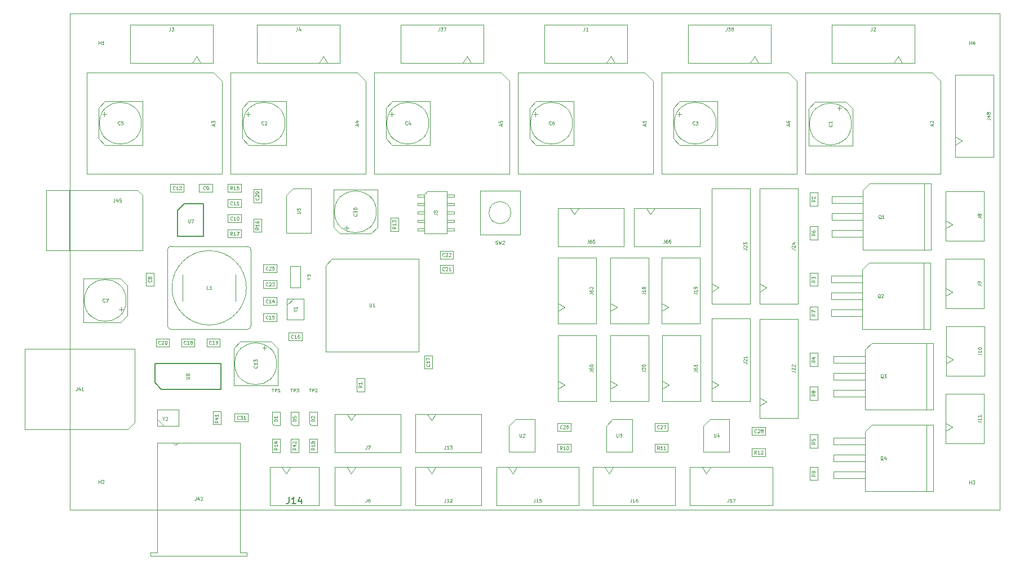
<source format=gbr>
%TF.GenerationSoftware,KiCad,Pcbnew,5.1.7+dfsg1-1~bpo10+1*%
%TF.CreationDate,2020-11-15T21:32:29+00:00*%
%TF.ProjectId,mobo,6d6f626f-2e6b-4696-9361-645f70636258,rev?*%
%TF.SameCoordinates,Original*%
%TF.FileFunction,Other,Fab,Top*%
%FSLAX45Y45*%
G04 Gerber Fmt 4.5, Leading zero omitted, Abs format (unit mm)*
G04 Created by KiCad (PCBNEW 5.1.7+dfsg1-1~bpo10+1) date 2020-11-15 21:32:29*
%MOMM*%
%LPD*%
G01*
G04 APERTURE LIST*
%TA.AperFunction,Profile*%
%ADD10C,0.050000*%
%TD*%
%ADD11C,0.100000*%
%ADD12C,0.120000*%
%ADD13C,0.150000*%
G04 APERTURE END LIST*
D10*
X0Y-7467600D02*
X13970000Y-7467600D01*
X13970000Y-7467600D02*
X13970000Y0D01*
X13970000Y0D02*
X0Y0D01*
X0Y0D02*
X0Y-7467600D01*
D11*
X3843800Y-3789800D02*
X3943800Y-3689800D01*
X3843800Y-5089800D02*
X3843800Y-3789800D01*
X5243800Y-5089800D02*
X3843800Y-5089800D01*
X5243800Y-3689800D02*
X5243800Y-5089800D01*
X3943800Y-3689800D02*
X5243800Y-3689800D01*
X1016000Y-2661500D02*
X-354000Y-2661500D01*
X1096000Y-3561500D02*
X1096000Y-2736500D01*
X-354000Y-3561500D02*
X1096000Y-3561500D01*
X-354000Y-2661500D02*
X-354000Y-3561500D01*
X-4000Y-2661500D02*
X-4000Y-3561500D01*
X1015679Y-2660958D02*
X1096000Y-2736500D01*
X5774100Y-3271200D02*
X5669600Y-3271200D01*
X5774100Y-3231200D02*
X5774100Y-3271200D01*
X5669600Y-3231200D02*
X5774100Y-3231200D01*
X5224100Y-3271200D02*
X5328600Y-3271200D01*
X5224100Y-3231200D02*
X5224100Y-3271200D01*
X5328600Y-3231200D02*
X5224100Y-3231200D01*
X5774100Y-3144200D02*
X5669600Y-3144200D01*
X5774100Y-3104200D02*
X5774100Y-3144200D01*
X5669600Y-3104200D02*
X5774100Y-3104200D01*
X5224100Y-3144200D02*
X5328600Y-3144200D01*
X5224100Y-3104200D02*
X5224100Y-3144200D01*
X5328600Y-3104200D02*
X5224100Y-3104200D01*
X5774100Y-3017200D02*
X5669600Y-3017200D01*
X5774100Y-2977200D02*
X5774100Y-3017200D01*
X5669600Y-2977200D02*
X5774100Y-2977200D01*
X5224100Y-3017200D02*
X5328600Y-3017200D01*
X5224100Y-2977200D02*
X5224100Y-3017200D01*
X5328600Y-2977200D02*
X5224100Y-2977200D01*
X5774100Y-2890200D02*
X5669600Y-2890200D01*
X5774100Y-2850200D02*
X5774100Y-2890200D01*
X5669600Y-2850200D02*
X5774100Y-2850200D01*
X5224100Y-2890200D02*
X5328600Y-2890200D01*
X5224100Y-2850200D02*
X5224100Y-2890200D01*
X5328600Y-2850200D02*
X5224100Y-2850200D01*
X5774100Y-2763200D02*
X5669600Y-2763200D01*
X5774100Y-2723200D02*
X5774100Y-2763200D01*
X5669600Y-2723200D02*
X5774100Y-2723200D01*
X5224100Y-2763200D02*
X5328600Y-2763200D01*
X5224100Y-2723200D02*
X5224100Y-2763200D01*
X5328600Y-2723200D02*
X5224100Y-2723200D01*
X5669600Y-2679700D02*
X5669600Y-3314700D01*
X5328600Y-2723200D02*
X5372100Y-2679700D01*
X5328600Y-3314700D02*
X5328600Y-2723200D01*
X5372100Y-2679700D02*
X5669600Y-2679700D01*
X5669600Y-3314700D02*
X5328600Y-3314700D01*
X10369500Y-4372500D02*
X10944500Y-4372500D01*
X10944500Y-4372500D02*
X10944500Y-2632500D01*
X10944500Y-2632500D02*
X10369500Y-2632500D01*
X10369500Y-2632500D02*
X10369500Y-4372500D01*
X10369500Y-4190000D02*
X10469500Y-4127500D01*
X10469500Y-4127500D02*
X10369500Y-4065000D01*
X9645600Y-4372500D02*
X10220600Y-4372500D01*
X10220600Y-4372500D02*
X10220600Y-2632500D01*
X10220600Y-2632500D02*
X9645600Y-2632500D01*
X9645600Y-2632500D02*
X9645600Y-4372500D01*
X9645600Y-4190000D02*
X9745600Y-4127500D01*
X9745600Y-4127500D02*
X9645600Y-4065000D01*
X10369500Y-6087000D02*
X10944500Y-6087000D01*
X10944500Y-6087000D02*
X10944500Y-4597000D01*
X10944500Y-4597000D02*
X10369500Y-4597000D01*
X10369500Y-4597000D02*
X10369500Y-6087000D01*
X10369500Y-5904500D02*
X10469500Y-5842000D01*
X10469500Y-5842000D02*
X10369500Y-5779500D01*
X9645600Y-5833000D02*
X10220600Y-5833000D01*
X10220600Y-5833000D02*
X10220600Y-4593000D01*
X10220600Y-4593000D02*
X9645600Y-4593000D01*
X9645600Y-4593000D02*
X9645600Y-5833000D01*
X9645600Y-5650500D02*
X9745600Y-5588000D01*
X9745600Y-5588000D02*
X9645600Y-5525500D01*
X4128100Y-3223484D02*
X4191100Y-3223484D01*
X4159600Y-3254984D02*
X4159600Y-3191984D01*
X4522600Y-3314500D02*
X4622600Y-3214500D01*
X4062600Y-3314500D02*
X3962600Y-3214500D01*
X4062600Y-3314500D02*
X4522600Y-3314500D01*
X4622600Y-3214500D02*
X4622600Y-2654500D01*
X3962600Y-3214500D02*
X3962600Y-2654500D01*
X3962600Y-2654500D02*
X4622600Y-2654500D01*
X4607600Y-2984500D02*
G75*
G03*
X4607600Y-2984500I-315000J0D01*
G01*
X2958500Y-5031516D02*
X2895500Y-5031516D01*
X2927000Y-5000016D02*
X2927000Y-5063016D01*
X2564000Y-4940500D02*
X2464000Y-5040500D01*
X3024000Y-4940500D02*
X3124000Y-5040500D01*
X3024000Y-4940500D02*
X2564000Y-4940500D01*
X2464000Y-5040500D02*
X2464000Y-5600500D01*
X3124000Y-5040500D02*
X3124000Y-5600500D01*
X3124000Y-5600500D02*
X2464000Y-5600500D01*
X3109000Y-5270500D02*
G75*
G03*
X3109000Y-5270500I-315000J0D01*
G01*
X772384Y-4482500D02*
X772384Y-4419500D01*
X803884Y-4451000D02*
X740884Y-4451000D01*
X863400Y-4088000D02*
X763400Y-3988000D01*
X863400Y-4548000D02*
X763400Y-4648000D01*
X863400Y-4548000D02*
X863400Y-4088000D01*
X763400Y-3988000D02*
X203400Y-3988000D01*
X763400Y-4648000D02*
X203400Y-4648000D01*
X203400Y-4648000D02*
X203400Y-3988000D01*
X848400Y-4318000D02*
G75*
G03*
X848400Y-4318000I-315000J0D01*
G01*
X7000016Y-1486500D02*
X7000016Y-1549500D01*
X6968516Y-1518000D02*
X7031516Y-1518000D01*
X6909000Y-1881000D02*
X7009000Y-1981000D01*
X6909000Y-1421000D02*
X7009000Y-1321000D01*
X6909000Y-1421000D02*
X6909000Y-1881000D01*
X7009000Y-1981000D02*
X7569000Y-1981000D01*
X7009000Y-1321000D02*
X7569000Y-1321000D01*
X7569000Y-1321000D02*
X7569000Y-1981000D01*
X7554000Y-1651000D02*
G75*
G03*
X7554000Y-1651000I-315000J0D01*
G01*
X523016Y-1486500D02*
X523016Y-1549500D01*
X491516Y-1518000D02*
X554516Y-1518000D01*
X432000Y-1881000D02*
X532000Y-1981000D01*
X432000Y-1421000D02*
X532000Y-1321000D01*
X432000Y-1421000D02*
X432000Y-1881000D01*
X532000Y-1981000D02*
X1092000Y-1981000D01*
X532000Y-1321000D02*
X1092000Y-1321000D01*
X1092000Y-1321000D02*
X1092000Y-1981000D01*
X1077000Y-1651000D02*
G75*
G03*
X1077000Y-1651000I-315000J0D01*
G01*
X4841016Y-1486500D02*
X4841016Y-1549500D01*
X4809516Y-1518000D02*
X4872516Y-1518000D01*
X4750000Y-1881000D02*
X4850000Y-1981000D01*
X4750000Y-1421000D02*
X4850000Y-1321000D01*
X4750000Y-1421000D02*
X4750000Y-1881000D01*
X4850000Y-1981000D02*
X5410000Y-1981000D01*
X4850000Y-1321000D02*
X5410000Y-1321000D01*
X5410000Y-1321000D02*
X5410000Y-1981000D01*
X5395000Y-1651000D02*
G75*
G03*
X5395000Y-1651000I-315000J0D01*
G01*
X9159016Y-1486500D02*
X9159016Y-1549500D01*
X9127516Y-1518000D02*
X9190516Y-1518000D01*
X9068000Y-1881000D02*
X9168000Y-1981000D01*
X9068000Y-1421000D02*
X9168000Y-1321000D01*
X9068000Y-1421000D02*
X9068000Y-1881000D01*
X9168000Y-1981000D02*
X9728000Y-1981000D01*
X9168000Y-1321000D02*
X9728000Y-1321000D01*
X9728000Y-1321000D02*
X9728000Y-1981000D01*
X9713000Y-1651000D02*
G75*
G03*
X9713000Y-1651000I-315000J0D01*
G01*
X2682016Y-1486500D02*
X2682016Y-1549500D01*
X2650516Y-1518000D02*
X2713516Y-1518000D01*
X2591000Y-1881000D02*
X2691000Y-1981000D01*
X2591000Y-1421000D02*
X2691000Y-1321000D01*
X2591000Y-1421000D02*
X2591000Y-1881000D01*
X2691000Y-1981000D02*
X3251000Y-1981000D01*
X2691000Y-1321000D02*
X3251000Y-1321000D01*
X3251000Y-1321000D02*
X3251000Y-1981000D01*
X3236000Y-1651000D02*
G75*
G03*
X3236000Y-1651000I-315000J0D01*
G01*
X11594500Y-1424716D02*
X11531500Y-1424716D01*
X11563000Y-1393216D02*
X11563000Y-1456216D01*
X11200000Y-1333700D02*
X11100000Y-1433700D01*
X11660000Y-1333700D02*
X11760000Y-1433700D01*
X11660000Y-1333700D02*
X11200000Y-1333700D01*
X11100000Y-1433700D02*
X11100000Y-1993700D01*
X11760000Y-1433700D02*
X11760000Y-1993700D01*
X11760000Y-1993700D02*
X11100000Y-1993700D01*
X11745000Y-1663700D02*
G75*
G03*
X11745000Y-1663700I-315000J0D01*
G01*
X1146500Y-4100500D02*
X1146500Y-3900500D01*
X1266500Y-4100500D02*
X1146500Y-4100500D01*
X1266500Y-3900500D02*
X1266500Y-4100500D01*
X1146500Y-3900500D02*
X1266500Y-3900500D01*
X2144700Y-2688900D02*
X1944700Y-2688900D01*
X2144700Y-2568900D02*
X2144700Y-2688900D01*
X1944700Y-2568900D02*
X2144700Y-2568900D01*
X1944700Y-2688900D02*
X1944700Y-2568900D01*
X2576500Y-3026100D02*
X2576500Y-3146100D01*
X2576500Y-3146100D02*
X2376500Y-3146100D01*
X2376500Y-3146100D02*
X2376500Y-3026100D01*
X2376500Y-3026100D02*
X2576500Y-3026100D01*
X2576500Y-2797500D02*
X2576500Y-2917500D01*
X2576500Y-2917500D02*
X2376500Y-2917500D01*
X2376500Y-2917500D02*
X2376500Y-2797500D01*
X2376500Y-2797500D02*
X2576500Y-2797500D01*
X1712900Y-2688900D02*
X1512900Y-2688900D01*
X1712900Y-2568900D02*
X1712900Y-2688900D01*
X1512900Y-2568900D02*
X1712900Y-2568900D01*
X1512900Y-2688900D02*
X1512900Y-2568900D01*
X2909000Y-4270700D02*
X3109000Y-4270700D01*
X2909000Y-4390700D02*
X2909000Y-4270700D01*
X3109000Y-4390700D02*
X2909000Y-4390700D01*
X3109000Y-4270700D02*
X3109000Y-4390700D01*
X3109000Y-4512000D02*
X3109000Y-4632000D01*
X3109000Y-4632000D02*
X2909000Y-4632000D01*
X2909000Y-4632000D02*
X2909000Y-4512000D01*
X2909000Y-4512000D02*
X3109000Y-4512000D01*
X3290900Y-4804100D02*
X3490900Y-4804100D01*
X3290900Y-4924100D02*
X3290900Y-4804100D01*
X3490900Y-4924100D02*
X3290900Y-4924100D01*
X3490900Y-4804100D02*
X3490900Y-4924100D01*
X5444800Y-5345100D02*
X5324800Y-5345100D01*
X5324800Y-5345100D02*
X5324800Y-5145100D01*
X5324800Y-5145100D02*
X5444800Y-5145100D01*
X5444800Y-5145100D02*
X5444800Y-5345100D01*
X1878000Y-4893000D02*
X1878000Y-5013000D01*
X1878000Y-5013000D02*
X1678000Y-5013000D01*
X1678000Y-5013000D02*
X1678000Y-4893000D01*
X1678000Y-4893000D02*
X1878000Y-4893000D01*
X2259000Y-5013000D02*
X2059000Y-5013000D01*
X2259000Y-4893000D02*
X2259000Y-5013000D01*
X2059000Y-4893000D02*
X2259000Y-4893000D01*
X2059000Y-5013000D02*
X2059000Y-4893000D01*
X1297000Y-4893000D02*
X1497000Y-4893000D01*
X1297000Y-5013000D02*
X1297000Y-4893000D01*
X1497000Y-5013000D02*
X1297000Y-5013000D01*
X1497000Y-4893000D02*
X1497000Y-5013000D01*
X5764200Y-3908100D02*
X5564200Y-3908100D01*
X5764200Y-3788100D02*
X5764200Y-3908100D01*
X5564200Y-3788100D02*
X5764200Y-3788100D01*
X5564200Y-3908100D02*
X5564200Y-3788100D01*
X5564200Y-3692200D02*
X5564200Y-3572200D01*
X5564200Y-3572200D02*
X5764200Y-3572200D01*
X5764200Y-3572200D02*
X5764200Y-3692200D01*
X5764200Y-3692200D02*
X5564200Y-3692200D01*
X2909900Y-4016700D02*
X3109900Y-4016700D01*
X2909900Y-4136700D02*
X2909900Y-4016700D01*
X3109900Y-4136700D02*
X2909900Y-4136700D01*
X3109900Y-4016700D02*
X3109900Y-4136700D01*
X3109900Y-3775400D02*
X3109900Y-3895400D01*
X3109900Y-3895400D02*
X2909900Y-3895400D01*
X2909900Y-3895400D02*
X2909900Y-3775400D01*
X2909900Y-3775400D02*
X3109900Y-3775400D01*
X7329500Y-6283000D02*
X7329500Y-6163000D01*
X7329500Y-6163000D02*
X7529500Y-6163000D01*
X7529500Y-6163000D02*
X7529500Y-6283000D01*
X7529500Y-6283000D02*
X7329500Y-6283000D01*
X8990000Y-6283000D02*
X8790000Y-6283000D01*
X8990000Y-6163000D02*
X8990000Y-6283000D01*
X8790000Y-6163000D02*
X8990000Y-6163000D01*
X8790000Y-6283000D02*
X8790000Y-6163000D01*
X10250500Y-6346500D02*
X10250500Y-6226500D01*
X10250500Y-6226500D02*
X10450500Y-6226500D01*
X10450500Y-6226500D02*
X10450500Y-6346500D01*
X10450500Y-6346500D02*
X10250500Y-6346500D01*
X2879400Y-2843200D02*
X2759400Y-2843200D01*
X2759400Y-2843200D02*
X2759400Y-2643200D01*
X2759400Y-2643200D02*
X2879400Y-2643200D01*
X2879400Y-2643200D02*
X2879400Y-2843200D01*
X2478100Y-6023300D02*
X2678100Y-6023300D01*
X2478100Y-6143300D02*
X2478100Y-6023300D01*
X2678100Y-6143300D02*
X2478100Y-6143300D01*
X2678100Y-6023300D02*
X2678100Y-6143300D01*
X3438200Y-5996000D02*
X3318200Y-5996000D01*
X3438200Y-6196000D02*
X3438200Y-5996000D01*
X3348200Y-6196000D02*
X3438200Y-6196000D01*
X3318200Y-6166000D02*
X3348200Y-6196000D01*
X3318200Y-5996000D02*
X3318200Y-6166000D01*
X974500Y-6158500D02*
X874500Y-6258500D01*
X974500Y-5048500D02*
X974500Y-6158500D01*
X-675500Y-5048500D02*
X974500Y-5048500D01*
X-675500Y-6258500D02*
X-675500Y-5048500D01*
X874500Y-6258500D02*
X-675500Y-6258500D01*
X2562500Y-6465000D02*
X2562500Y-8115000D01*
X2662500Y-8165000D02*
X1212500Y-8165000D01*
X1312500Y-6465000D02*
X1312500Y-8115000D01*
X2562500Y-6465000D02*
X1312500Y-6465000D01*
X1312500Y-8115000D02*
X1212500Y-8115000D01*
X1212500Y-8115000D02*
X1212500Y-8165000D01*
X2562500Y-8115000D02*
X2662500Y-8115000D01*
X2662500Y-8115000D02*
X2662500Y-8165000D01*
D12*
X1587500Y-6494000D02*
X1617500Y-6466000D01*
X1587500Y-6494000D02*
X1557500Y-6466000D01*
D11*
X2495500Y-3927500D02*
X2495500Y-4327500D01*
X2720500Y-3552500D02*
X2720500Y-4702500D01*
X2670500Y-4752500D02*
X1520500Y-4752500D01*
X1470500Y-3552500D02*
X1470500Y-4702500D01*
X1695500Y-4327500D02*
X1695500Y-3927500D01*
X1520500Y-3502500D02*
X2670500Y-3502500D01*
X2655500Y-4127500D02*
G75*
G03*
X2655500Y-4127500I-560000J0D01*
G01*
X1520500Y-4752500D02*
G75*
G02*
X1470500Y-4702500I0J50000D01*
G01*
X2720500Y-4702500D02*
G75*
G02*
X2670500Y-4752500I-50000J0D01*
G01*
X2670500Y-3502500D02*
G75*
G02*
X2720500Y-3552500I0J-50000D01*
G01*
X1470500Y-3552500D02*
G75*
G02*
X1520500Y-3502500I50000J0D01*
G01*
X12842000Y-2560700D02*
X12942000Y-2560700D01*
X12942000Y-2560700D02*
X12942000Y-3560700D01*
X12942000Y-3560700D02*
X12842000Y-3560700D01*
X12842000Y-2560700D02*
X12842000Y-3560700D01*
X12842000Y-3560700D02*
X11917000Y-3560700D01*
X11917000Y-3560700D02*
X11917000Y-2660700D01*
X11917000Y-2660700D02*
X12017000Y-2560700D01*
X12017000Y-2560700D02*
X12842000Y-2560700D01*
X11917000Y-2756700D02*
X11447000Y-2756700D01*
X11447000Y-2756700D02*
X11447000Y-2856700D01*
X11447000Y-2856700D02*
X11917000Y-2856700D01*
X11917000Y-3010700D02*
X11447000Y-3010700D01*
X11447000Y-3010700D02*
X11447000Y-3110700D01*
X11447000Y-3110700D02*
X11917000Y-3110700D01*
X11917000Y-3264700D02*
X11447000Y-3264700D01*
X11447000Y-3264700D02*
X11447000Y-3364700D01*
X11447000Y-3364700D02*
X11917000Y-3364700D01*
X11438500Y-4556600D02*
X11908500Y-4556600D01*
X11438500Y-4456600D02*
X11438500Y-4556600D01*
X11908500Y-4456600D02*
X11438500Y-4456600D01*
X11438500Y-4302600D02*
X11908500Y-4302600D01*
X11438500Y-4202600D02*
X11438500Y-4302600D01*
X11908500Y-4202600D02*
X11438500Y-4202600D01*
X11438500Y-4048600D02*
X11908500Y-4048600D01*
X11438500Y-3948600D02*
X11438500Y-4048600D01*
X11908500Y-3948600D02*
X11438500Y-3948600D01*
X12008500Y-3752600D02*
X12833500Y-3752600D01*
X11908500Y-3852600D02*
X12008500Y-3752600D01*
X11908500Y-4752600D02*
X11908500Y-3852600D01*
X12833500Y-4752600D02*
X11908500Y-4752600D01*
X12833500Y-3752600D02*
X12833500Y-4752600D01*
X12933500Y-4752600D02*
X12833500Y-4752600D01*
X12933500Y-3752600D02*
X12933500Y-4752600D01*
X12833500Y-3752600D02*
X12933500Y-3752600D01*
X11479000Y-5763100D02*
X11949000Y-5763100D01*
X11479000Y-5663100D02*
X11479000Y-5763100D01*
X11949000Y-5663100D02*
X11479000Y-5663100D01*
X11479000Y-5509100D02*
X11949000Y-5509100D01*
X11479000Y-5409100D02*
X11479000Y-5509100D01*
X11949000Y-5409100D02*
X11479000Y-5409100D01*
X11479000Y-5255100D02*
X11949000Y-5255100D01*
X11479000Y-5155100D02*
X11479000Y-5255100D01*
X11949000Y-5155100D02*
X11479000Y-5155100D01*
X12049000Y-4959100D02*
X12874000Y-4959100D01*
X11949000Y-5059100D02*
X12049000Y-4959100D01*
X11949000Y-5959100D02*
X11949000Y-5059100D01*
X12874000Y-5959100D02*
X11949000Y-5959100D01*
X12874000Y-4959100D02*
X12874000Y-5959100D01*
X12974000Y-5959100D02*
X12874000Y-5959100D01*
X12974000Y-4959100D02*
X12974000Y-5959100D01*
X12874000Y-4959100D02*
X12974000Y-4959100D01*
X12872800Y-6192900D02*
X12972800Y-6192900D01*
X12972800Y-6192900D02*
X12972800Y-7192900D01*
X12972800Y-7192900D02*
X12872800Y-7192900D01*
X12872800Y-6192900D02*
X12872800Y-7192900D01*
X12872800Y-7192900D02*
X11947800Y-7192900D01*
X11947800Y-7192900D02*
X11947800Y-6292900D01*
X11947800Y-6292900D02*
X12047800Y-6192900D01*
X12047800Y-6192900D02*
X12872800Y-6192900D01*
X11947800Y-6388900D02*
X11477800Y-6388900D01*
X11477800Y-6388900D02*
X11477800Y-6488900D01*
X11477800Y-6488900D02*
X11947800Y-6488900D01*
X11947800Y-6642900D02*
X11477800Y-6642900D01*
X11477800Y-6642900D02*
X11477800Y-6742900D01*
X11477800Y-6742900D02*
X11947800Y-6742900D01*
X11947800Y-6896900D02*
X11477800Y-6896900D01*
X11477800Y-6896900D02*
X11477800Y-6996900D01*
X11477800Y-6996900D02*
X11947800Y-6996900D01*
X11116000Y-2894000D02*
X11116000Y-2694000D01*
X11236000Y-2894000D02*
X11116000Y-2894000D01*
X11236000Y-2694000D02*
X11236000Y-2894000D01*
X11116000Y-2694000D02*
X11236000Y-2694000D01*
X11116000Y-3900500D02*
X11236000Y-3900500D01*
X11236000Y-3900500D02*
X11236000Y-4100500D01*
X11236000Y-4100500D02*
X11116000Y-4100500D01*
X11116000Y-4100500D02*
X11116000Y-3900500D01*
X11116000Y-5307000D02*
X11116000Y-5107000D01*
X11236000Y-5307000D02*
X11116000Y-5307000D01*
X11236000Y-5107000D02*
X11236000Y-5307000D01*
X11116000Y-5107000D02*
X11236000Y-5107000D01*
X11116000Y-6538000D02*
X11116000Y-6338000D01*
X11236000Y-6538000D02*
X11116000Y-6538000D01*
X11236000Y-6338000D02*
X11236000Y-6538000D01*
X11116000Y-6338000D02*
X11236000Y-6338000D01*
X11236000Y-3402000D02*
X11116000Y-3402000D01*
X11116000Y-3402000D02*
X11116000Y-3202000D01*
X11116000Y-3202000D02*
X11236000Y-3202000D01*
X11236000Y-3202000D02*
X11236000Y-3402000D01*
X11236000Y-4408500D02*
X11236000Y-4608500D01*
X11116000Y-4408500D02*
X11236000Y-4408500D01*
X11116000Y-4608500D02*
X11116000Y-4408500D01*
X11236000Y-4608500D02*
X11116000Y-4608500D01*
X11236000Y-5615000D02*
X11236000Y-5815000D01*
X11116000Y-5615000D02*
X11236000Y-5615000D01*
X11116000Y-5815000D02*
X11116000Y-5615000D01*
X11236000Y-5815000D02*
X11116000Y-5815000D01*
X11236000Y-7021500D02*
X11116000Y-7021500D01*
X11116000Y-7021500D02*
X11116000Y-6821500D01*
X11116000Y-6821500D02*
X11236000Y-6821500D01*
X11236000Y-6821500D02*
X11236000Y-7021500D01*
X7329500Y-6600500D02*
X7329500Y-6480500D01*
X7329500Y-6480500D02*
X7529500Y-6480500D01*
X7529500Y-6480500D02*
X7529500Y-6600500D01*
X7529500Y-6600500D02*
X7329500Y-6600500D01*
X8990000Y-6600500D02*
X8790000Y-6600500D01*
X8990000Y-6480500D02*
X8990000Y-6600500D01*
X8790000Y-6480500D02*
X8990000Y-6480500D01*
X8790000Y-6600500D02*
X8790000Y-6480500D01*
X10450500Y-6664000D02*
X10250500Y-6664000D01*
X10450500Y-6544000D02*
X10450500Y-6664000D01*
X10250500Y-6544000D02*
X10450500Y-6544000D01*
X10250500Y-6664000D02*
X10250500Y-6544000D01*
X2577400Y-2568900D02*
X2577400Y-2688900D01*
X2577400Y-2688900D02*
X2377400Y-2688900D01*
X2377400Y-2688900D02*
X2377400Y-2568900D01*
X2377400Y-2568900D02*
X2577400Y-2568900D01*
X2759400Y-3087700D02*
X2879400Y-3087700D01*
X2879400Y-3087700D02*
X2879400Y-3287700D01*
X2879400Y-3287700D02*
X2759400Y-3287700D01*
X2759400Y-3287700D02*
X2759400Y-3087700D01*
X2376500Y-3374700D02*
X2376500Y-3254700D01*
X2376500Y-3254700D02*
X2576500Y-3254700D01*
X2576500Y-3254700D02*
X2576500Y-3374700D01*
X2576500Y-3374700D02*
X2376500Y-3374700D01*
X2149800Y-5983300D02*
X2269800Y-5983300D01*
X2269800Y-5983300D02*
X2269800Y-6183300D01*
X2269800Y-6183300D02*
X2149800Y-6183300D01*
X2149800Y-6183300D02*
X2149800Y-5983300D01*
X3318200Y-6602400D02*
X3318200Y-6402400D01*
X3438200Y-6602400D02*
X3318200Y-6602400D01*
X3438200Y-6402400D02*
X3438200Y-6602400D01*
X3318200Y-6402400D02*
X3438200Y-6402400D01*
X6764300Y-2667200D02*
X6764300Y-3327200D01*
X6164300Y-2667200D02*
X6764300Y-2667200D01*
X6164300Y-3327200D02*
X6164300Y-2667200D01*
X6764300Y-3327200D02*
X6164300Y-3327200D01*
X6629300Y-2997200D02*
G75*
G03*
X6629300Y-2997200I-165000J0D01*
G01*
X6599500Y-6205000D02*
X6699500Y-6105000D01*
X6599500Y-6595000D02*
X6599500Y-6205000D01*
X6989500Y-6595000D02*
X6599500Y-6595000D01*
X6989500Y-6105000D02*
X6989500Y-6595000D01*
X6699500Y-6105000D02*
X6989500Y-6105000D01*
X8160000Y-6105000D02*
X8450000Y-6105000D01*
X8450000Y-6105000D02*
X8450000Y-6595000D01*
X8450000Y-6595000D02*
X8060000Y-6595000D01*
X8060000Y-6595000D02*
X8060000Y-6205000D01*
X8060000Y-6205000D02*
X8160000Y-6105000D01*
X9520500Y-6205000D02*
X9620500Y-6105000D01*
X9520500Y-6595000D02*
X9520500Y-6205000D01*
X9910500Y-6595000D02*
X9520500Y-6595000D01*
X9910500Y-6105000D02*
X9910500Y-6595000D01*
X9620500Y-6105000D02*
X9910500Y-6105000D01*
X3626700Y-2636800D02*
X3626700Y-3306800D01*
X3256700Y-3306800D02*
X3626700Y-3306800D01*
X3356700Y-2636800D02*
X3626700Y-2636800D01*
X3256700Y-2736800D02*
X3256700Y-3306800D01*
X3256700Y-2736800D02*
X3356700Y-2636800D01*
D13*
X1621100Y-2966500D02*
X1721100Y-2866500D01*
X1621100Y-3356500D02*
X1621100Y-2966500D01*
X2011100Y-3356500D02*
X1621100Y-3356500D01*
X2011100Y-2866500D02*
X2011100Y-3356500D01*
X1721100Y-2866500D02*
X2011100Y-2866500D01*
X1378000Y-5656000D02*
X1283000Y-5556000D01*
X2273000Y-5656000D02*
X1378000Y-5656000D01*
X2273000Y-5266000D02*
X2273000Y-5656000D01*
X1283000Y-5266000D02*
X2273000Y-5266000D01*
X1283000Y-5556000D02*
X1283000Y-5266000D01*
D11*
X6409800Y-6826200D02*
X6409800Y-7401200D01*
X6409800Y-7401200D02*
X7649800Y-7401200D01*
X7649800Y-7401200D02*
X7649800Y-6826200D01*
X7649800Y-6826200D02*
X6409800Y-6826200D01*
X6592300Y-6826200D02*
X6654800Y-6926200D01*
X6654800Y-6926200D02*
X6717300Y-6826200D01*
X8102600Y-6926200D02*
X8165100Y-6826200D01*
X8040100Y-6826200D02*
X8102600Y-6926200D01*
X9097600Y-6826200D02*
X7857600Y-6826200D01*
X9097600Y-7401200D02*
X9097600Y-6826200D01*
X7857600Y-7401200D02*
X9097600Y-7401200D01*
X7857600Y-6826200D02*
X7857600Y-7401200D01*
X9318100Y-6826200D02*
X9318100Y-7401200D01*
X9318100Y-7401200D02*
X10558100Y-7401200D01*
X10558100Y-7401200D02*
X10558100Y-6826200D01*
X10558100Y-6826200D02*
X9318100Y-6826200D01*
X9500600Y-6826200D02*
X9563100Y-6926200D01*
X9563100Y-6926200D02*
X9625600Y-6826200D01*
X8128000Y-643000D02*
X8065500Y-743000D01*
X8190500Y-743000D02*
X8128000Y-643000D01*
X7133000Y-743000D02*
X8373000Y-743000D01*
X7133000Y-168000D02*
X7133000Y-743000D01*
X8373000Y-168000D02*
X7133000Y-168000D01*
X8373000Y-743000D02*
X8373000Y-168000D01*
X12691000Y-743000D02*
X12691000Y-168000D01*
X12691000Y-168000D02*
X11451000Y-168000D01*
X11451000Y-168000D02*
X11451000Y-743000D01*
X11451000Y-743000D02*
X12691000Y-743000D01*
X12508500Y-743000D02*
X12446000Y-643000D01*
X12446000Y-643000D02*
X12383500Y-743000D01*
X2150000Y-743000D02*
X2150000Y-168000D01*
X2150000Y-168000D02*
X910000Y-168000D01*
X910000Y-168000D02*
X910000Y-743000D01*
X910000Y-743000D02*
X2150000Y-743000D01*
X1967500Y-743000D02*
X1905000Y-643000D01*
X1905000Y-643000D02*
X1842500Y-743000D01*
X4055000Y-743000D02*
X4055000Y-168000D01*
X4055000Y-168000D02*
X2815000Y-168000D01*
X2815000Y-168000D02*
X2815000Y-743000D01*
X2815000Y-743000D02*
X4055000Y-743000D01*
X3872500Y-743000D02*
X3810000Y-643000D01*
X3810000Y-643000D02*
X3747500Y-743000D01*
X3984100Y-6826200D02*
X3984100Y-7401200D01*
X3984100Y-7401200D02*
X4974100Y-7401200D01*
X4974100Y-7401200D02*
X4974100Y-6826200D01*
X4974100Y-6826200D02*
X3984100Y-6826200D01*
X4166600Y-6826200D02*
X4229100Y-6926200D01*
X4229100Y-6926200D02*
X4291600Y-6826200D01*
X3984100Y-6026100D02*
X3984100Y-6601100D01*
X3984100Y-6601100D02*
X4974100Y-6601100D01*
X4974100Y-6601100D02*
X4974100Y-6026100D01*
X4974100Y-6026100D02*
X3984100Y-6026100D01*
X4166600Y-6026100D02*
X4229100Y-6126100D01*
X4229100Y-6126100D02*
X4291600Y-6026100D01*
X13263500Y-3175000D02*
X13163500Y-3112500D01*
X13163500Y-3237500D02*
X13263500Y-3175000D01*
X13163500Y-2680000D02*
X13163500Y-3420000D01*
X13738500Y-2680000D02*
X13163500Y-2680000D01*
X13738500Y-3420000D02*
X13738500Y-2680000D01*
X13163500Y-3420000D02*
X13738500Y-3420000D01*
X13163500Y-4436000D02*
X13738500Y-4436000D01*
X13738500Y-4436000D02*
X13738500Y-3696000D01*
X13738500Y-3696000D02*
X13163500Y-3696000D01*
X13163500Y-3696000D02*
X13163500Y-4436000D01*
X13163500Y-4253500D02*
X13263500Y-4191000D01*
X13263500Y-4191000D02*
X13163500Y-4128500D01*
X13267500Y-5207000D02*
X13167500Y-5144500D01*
X13167500Y-5269500D02*
X13267500Y-5207000D01*
X13167500Y-4712000D02*
X13167500Y-5452000D01*
X13742500Y-4712000D02*
X13167500Y-4712000D01*
X13742500Y-5452000D02*
X13742500Y-4712000D01*
X13167500Y-5452000D02*
X13742500Y-5452000D01*
X13163500Y-6468000D02*
X13738500Y-6468000D01*
X13738500Y-6468000D02*
X13738500Y-5728000D01*
X13738500Y-5728000D02*
X13163500Y-5728000D01*
X13163500Y-5728000D02*
X13163500Y-6468000D01*
X13163500Y-6285500D02*
X13263500Y-6223000D01*
X13263500Y-6223000D02*
X13163500Y-6160500D01*
X5190600Y-6826200D02*
X5190600Y-7401200D01*
X5190600Y-7401200D02*
X6180600Y-7401200D01*
X6180600Y-7401200D02*
X6180600Y-6826200D01*
X6180600Y-6826200D02*
X5190600Y-6826200D01*
X5373100Y-6826200D02*
X5435600Y-6926200D01*
X5435600Y-6926200D02*
X5498100Y-6826200D01*
X5435600Y-6126100D02*
X5498100Y-6026100D01*
X5373100Y-6026100D02*
X5435600Y-6126100D01*
X6180600Y-6026100D02*
X5190600Y-6026100D01*
X6180600Y-6601100D02*
X6180600Y-6026100D01*
X5190600Y-6601100D02*
X6180600Y-6601100D01*
X5190600Y-6026100D02*
X5190600Y-6601100D01*
X8121600Y-4664600D02*
X8696600Y-4664600D01*
X8696600Y-4664600D02*
X8696600Y-3674600D01*
X8696600Y-3674600D02*
X8121600Y-3674600D01*
X8121600Y-3674600D02*
X8121600Y-4664600D01*
X8121600Y-4482100D02*
X8221600Y-4419600D01*
X8221600Y-4419600D02*
X8121600Y-4357100D01*
X8996300Y-4419600D02*
X8896300Y-4357100D01*
X8896300Y-4482100D02*
X8996300Y-4419600D01*
X8896300Y-3674600D02*
X8896300Y-4664600D01*
X9471300Y-3674600D02*
X8896300Y-3674600D01*
X9471300Y-4664600D02*
X9471300Y-3674600D01*
X8896300Y-4664600D02*
X9471300Y-4664600D01*
X8221600Y-5588000D02*
X8121600Y-5525500D01*
X8121600Y-5650500D02*
X8221600Y-5588000D01*
X8121600Y-4843000D02*
X8121600Y-5833000D01*
X8696600Y-4843000D02*
X8121600Y-4843000D01*
X8696600Y-5833000D02*
X8696600Y-4843000D01*
X8121600Y-5833000D02*
X8696600Y-5833000D01*
X5969000Y-643000D02*
X5906500Y-743000D01*
X6031500Y-743000D02*
X5969000Y-643000D01*
X4974000Y-743000D02*
X6214000Y-743000D01*
X4974000Y-168000D02*
X4974000Y-743000D01*
X6214000Y-168000D02*
X4974000Y-168000D01*
X6214000Y-743000D02*
X6214000Y-168000D01*
X10287000Y-643000D02*
X10224500Y-743000D01*
X10349500Y-743000D02*
X10287000Y-643000D01*
X9292000Y-743000D02*
X10532000Y-743000D01*
X9292000Y-168000D02*
X9292000Y-743000D01*
X10532000Y-168000D02*
X9292000Y-168000D01*
X10532000Y-743000D02*
X10532000Y-168000D01*
X13303200Y-2162700D02*
X13878200Y-2162700D01*
X13878200Y-2162700D02*
X13878200Y-922700D01*
X13878200Y-922700D02*
X13303200Y-922700D01*
X13303200Y-922700D02*
X13303200Y-2162700D01*
X13303200Y-1980200D02*
X13403200Y-1917700D01*
X13403200Y-1917700D02*
X13303200Y-1855200D01*
X7434200Y-5588000D02*
X7334200Y-5525500D01*
X7334200Y-5650500D02*
X7434200Y-5588000D01*
X7334200Y-4843000D02*
X7334200Y-5833000D01*
X7909200Y-4843000D02*
X7334200Y-4843000D01*
X7909200Y-5833000D02*
X7909200Y-4843000D01*
X7334200Y-5833000D02*
X7909200Y-5833000D01*
X8900300Y-5833000D02*
X9475300Y-5833000D01*
X9475300Y-5833000D02*
X9475300Y-4843000D01*
X9475300Y-4843000D02*
X8900300Y-4843000D01*
X8900300Y-4843000D02*
X8900300Y-5833000D01*
X8900300Y-5650500D02*
X9000300Y-5588000D01*
X9000300Y-5588000D02*
X8900300Y-5525500D01*
X7434200Y-4419600D02*
X7334200Y-4357100D01*
X7334200Y-4482100D02*
X7434200Y-4419600D01*
X7334200Y-3674600D02*
X7334200Y-4664600D01*
X7909200Y-3674600D02*
X7334200Y-3674600D01*
X7909200Y-4664600D02*
X7909200Y-3674600D01*
X7334200Y-4664600D02*
X7909200Y-4664600D01*
X7581900Y-3027300D02*
X7644400Y-2927300D01*
X7519400Y-2927300D02*
X7581900Y-3027300D01*
X8326900Y-2927300D02*
X7336900Y-2927300D01*
X8326900Y-3502300D02*
X8326900Y-2927300D01*
X7336900Y-3502300D02*
X8326900Y-3502300D01*
X7336900Y-2927300D02*
X7336900Y-3502300D01*
X8479900Y-2927300D02*
X8479900Y-3502300D01*
X8479900Y-3502300D02*
X9469900Y-3502300D01*
X9469900Y-3502300D02*
X9469900Y-2927300D01*
X9469900Y-2927300D02*
X8479900Y-2927300D01*
X8662400Y-2927300D02*
X8724900Y-3027300D01*
X8724900Y-3027300D02*
X8787400Y-2927300D01*
X4308800Y-5488000D02*
X4428800Y-5488000D01*
X4428800Y-5488000D02*
X4428800Y-5688000D01*
X4428800Y-5688000D02*
X4308800Y-5688000D01*
X4308800Y-5688000D02*
X4308800Y-5488000D01*
X4816800Y-3275000D02*
X4816800Y-3075000D01*
X4936800Y-3275000D02*
X4816800Y-3275000D01*
X4936800Y-3075000D02*
X4936800Y-3275000D01*
X4816800Y-3075000D02*
X4936800Y-3075000D01*
X3315900Y-3802400D02*
X3315900Y-4122400D01*
X3465900Y-3802400D02*
X3465900Y-4122400D01*
X3465900Y-4122400D02*
X3315900Y-4122400D01*
X3465900Y-3802400D02*
X3315900Y-3802400D01*
X3515900Y-4289300D02*
X3265900Y-4289300D01*
X3265900Y-4289300D02*
X3265900Y-4609300D01*
X3265900Y-4609300D02*
X3515900Y-4609300D01*
X3515900Y-4609300D02*
X3515900Y-4289300D01*
X3365900Y-4289300D02*
X3265900Y-4389300D01*
X1313200Y-6108300D02*
X1413200Y-6208300D01*
X1633200Y-5958300D02*
X1313200Y-5958300D01*
X1633200Y-6208300D02*
X1633200Y-5958300D01*
X1313200Y-6208300D02*
X1633200Y-6208300D01*
X1313200Y-5958300D02*
X1313200Y-6208300D01*
X3038800Y-5996000D02*
X3038800Y-6166000D01*
X3038800Y-6166000D02*
X3068800Y-6196000D01*
X3068800Y-6196000D02*
X3158800Y-6196000D01*
X3158800Y-6196000D02*
X3158800Y-5996000D01*
X3158800Y-5996000D02*
X3038800Y-5996000D01*
X3717600Y-5996000D02*
X3597600Y-5996000D01*
X3717600Y-6196000D02*
X3717600Y-5996000D01*
X3627600Y-6196000D02*
X3717600Y-6196000D01*
X3597600Y-6166000D02*
X3627600Y-6196000D01*
X3597600Y-5996000D02*
X3597600Y-6166000D01*
X3038800Y-6402400D02*
X3158800Y-6402400D01*
X3158800Y-6402400D02*
X3158800Y-6602400D01*
X3158800Y-6602400D02*
X3038800Y-6602400D01*
X3038800Y-6602400D02*
X3038800Y-6402400D01*
X3597600Y-6602400D02*
X3597600Y-6402400D01*
X3717600Y-6602400D02*
X3597600Y-6602400D01*
X3717600Y-6402400D02*
X3717600Y-6602400D01*
X3597600Y-6402400D02*
X3717600Y-6402400D01*
X8636000Y-889000D02*
X8763000Y-1016000D01*
X8763000Y-1016000D02*
X8763000Y-2413000D01*
X8763000Y-2413000D02*
X6731000Y-2413000D01*
X6731000Y-2413000D02*
X6731000Y-889000D01*
X6731000Y-889000D02*
X8636000Y-889000D01*
X11049000Y-889000D02*
X12954000Y-889000D01*
X11049000Y-2413000D02*
X11049000Y-889000D01*
X13081000Y-2413000D02*
X11049000Y-2413000D01*
X13081000Y-1016000D02*
X13081000Y-2413000D01*
X12954000Y-889000D02*
X13081000Y-1016000D01*
X254000Y-889000D02*
X2159000Y-889000D01*
X254000Y-2413000D02*
X254000Y-889000D01*
X2286000Y-2413000D02*
X254000Y-2413000D01*
X2286000Y-1016000D02*
X2286000Y-2413000D01*
X2159000Y-889000D02*
X2286000Y-1016000D01*
X4318000Y-889000D02*
X4445000Y-1016000D01*
X4445000Y-1016000D02*
X4445000Y-2413000D01*
X4445000Y-2413000D02*
X2413000Y-2413000D01*
X2413000Y-2413000D02*
X2413000Y-889000D01*
X2413000Y-889000D02*
X4318000Y-889000D01*
X4572000Y-889000D02*
X6477000Y-889000D01*
X4572000Y-2413000D02*
X4572000Y-889000D01*
X6604000Y-2413000D02*
X4572000Y-2413000D01*
X6604000Y-1016000D02*
X6604000Y-2413000D01*
X6477000Y-889000D02*
X6604000Y-1016000D01*
X10795000Y-889000D02*
X10922000Y-1016000D01*
X10922000Y-1016000D02*
X10922000Y-2413000D01*
X10922000Y-2413000D02*
X8890000Y-2413000D01*
X8890000Y-2413000D02*
X8890000Y-889000D01*
X8890000Y-889000D02*
X10795000Y-889000D01*
X3251200Y-6926200D02*
X3313700Y-6826200D01*
X3188700Y-6826200D02*
X3251200Y-6926200D01*
X3746200Y-6826200D02*
X3006200Y-6826200D01*
X3746200Y-7401200D02*
X3746200Y-6826200D01*
X3006200Y-7401200D02*
X3746200Y-7401200D01*
X3006200Y-6826200D02*
X3006200Y-7401200D01*
X4505705Y-4362419D02*
X4505705Y-4402895D01*
X4508086Y-4407657D01*
X4510467Y-4410038D01*
X4515229Y-4412419D01*
X4524752Y-4412419D01*
X4529514Y-4410038D01*
X4531895Y-4407657D01*
X4534276Y-4402895D01*
X4534276Y-4362419D01*
X4584276Y-4412419D02*
X4555705Y-4412419D01*
X4569991Y-4412419D02*
X4569991Y-4362419D01*
X4565229Y-4369562D01*
X4560467Y-4374324D01*
X4555705Y-4376705D01*
X675524Y-2789119D02*
X675524Y-2824833D01*
X673143Y-2831976D01*
X668381Y-2836738D01*
X661238Y-2839119D01*
X656476Y-2839119D01*
X720762Y-2805786D02*
X720762Y-2839119D01*
X708857Y-2786738D02*
X696952Y-2822452D01*
X727905Y-2822452D01*
X770762Y-2789119D02*
X746952Y-2789119D01*
X744571Y-2812928D01*
X746952Y-2810548D01*
X751714Y-2808167D01*
X763619Y-2808167D01*
X768381Y-2810548D01*
X770762Y-2812928D01*
X773143Y-2817690D01*
X773143Y-2829595D01*
X770762Y-2834357D01*
X768381Y-2836738D01*
X763619Y-2839119D01*
X751714Y-2839119D01*
X746952Y-2836738D01*
X744571Y-2834357D01*
X5471719Y-3013867D02*
X5507433Y-3013867D01*
X5514576Y-3016248D01*
X5519338Y-3021009D01*
X5521719Y-3028152D01*
X5521719Y-3032914D01*
X5471719Y-2966248D02*
X5471719Y-2990057D01*
X5495529Y-2992438D01*
X5493148Y-2990057D01*
X5490767Y-2985295D01*
X5490767Y-2973390D01*
X5493148Y-2968628D01*
X5495529Y-2966248D01*
X5500290Y-2963867D01*
X5512195Y-2963867D01*
X5516957Y-2966248D01*
X5519338Y-2968628D01*
X5521719Y-2973390D01*
X5521719Y-2985295D01*
X5519338Y-2990057D01*
X5516957Y-2992438D01*
X10847119Y-3542976D02*
X10882833Y-3542976D01*
X10889976Y-3545357D01*
X10894738Y-3550119D01*
X10897119Y-3557262D01*
X10897119Y-3562024D01*
X10851881Y-3521548D02*
X10849500Y-3519167D01*
X10847119Y-3514405D01*
X10847119Y-3502500D01*
X10849500Y-3497738D01*
X10851881Y-3495357D01*
X10856643Y-3492976D01*
X10861405Y-3492976D01*
X10868548Y-3495357D01*
X10897119Y-3523928D01*
X10897119Y-3492976D01*
X10863786Y-3450119D02*
X10897119Y-3450119D01*
X10844738Y-3462024D02*
X10880452Y-3473928D01*
X10880452Y-3442976D01*
X10123219Y-3542976D02*
X10158933Y-3542976D01*
X10166076Y-3545357D01*
X10170838Y-3550119D01*
X10173219Y-3557262D01*
X10173219Y-3562024D01*
X10127981Y-3521548D02*
X10125600Y-3519167D01*
X10123219Y-3514405D01*
X10123219Y-3502500D01*
X10125600Y-3497738D01*
X10127981Y-3495357D01*
X10132743Y-3492976D01*
X10137505Y-3492976D01*
X10144648Y-3495357D01*
X10173219Y-3523928D01*
X10173219Y-3492976D01*
X10123219Y-3476309D02*
X10123219Y-3445357D01*
X10142267Y-3462024D01*
X10142267Y-3454881D01*
X10144648Y-3450119D01*
X10147029Y-3447738D01*
X10151790Y-3445357D01*
X10163695Y-3445357D01*
X10168457Y-3447738D01*
X10170838Y-3450119D01*
X10173219Y-3454881D01*
X10173219Y-3469167D01*
X10170838Y-3473928D01*
X10168457Y-3476309D01*
X10847119Y-5382476D02*
X10882833Y-5382476D01*
X10889976Y-5384857D01*
X10894738Y-5389619D01*
X10897119Y-5396762D01*
X10897119Y-5401524D01*
X10851881Y-5361048D02*
X10849500Y-5358667D01*
X10847119Y-5353905D01*
X10847119Y-5342000D01*
X10849500Y-5337238D01*
X10851881Y-5334857D01*
X10856643Y-5332476D01*
X10861405Y-5332476D01*
X10868548Y-5334857D01*
X10897119Y-5363429D01*
X10897119Y-5332476D01*
X10851881Y-5313429D02*
X10849500Y-5311048D01*
X10847119Y-5306286D01*
X10847119Y-5294381D01*
X10849500Y-5289619D01*
X10851881Y-5287238D01*
X10856643Y-5284857D01*
X10861405Y-5284857D01*
X10868548Y-5287238D01*
X10897119Y-5315810D01*
X10897119Y-5284857D01*
X10123219Y-5253476D02*
X10158933Y-5253476D01*
X10166076Y-5255857D01*
X10170838Y-5260619D01*
X10173219Y-5267762D01*
X10173219Y-5272524D01*
X10127981Y-5232048D02*
X10125600Y-5229667D01*
X10123219Y-5224905D01*
X10123219Y-5213000D01*
X10125600Y-5208238D01*
X10127981Y-5205857D01*
X10132743Y-5203476D01*
X10137505Y-5203476D01*
X10144648Y-5205857D01*
X10173219Y-5234429D01*
X10173219Y-5203476D01*
X10173219Y-5155857D02*
X10173219Y-5184429D01*
X10173219Y-5170143D02*
X10123219Y-5170143D01*
X10130362Y-5174905D01*
X10135124Y-5179667D01*
X10137505Y-5184429D01*
X3035705Y-5644219D02*
X3064276Y-5644219D01*
X3049990Y-5694219D02*
X3049990Y-5644219D01*
X3080943Y-5694219D02*
X3080943Y-5644219D01*
X3099990Y-5644219D01*
X3104752Y-5646600D01*
X3107133Y-5648981D01*
X3109514Y-5653743D01*
X3109514Y-5660886D01*
X3107133Y-5665648D01*
X3104752Y-5668028D01*
X3099990Y-5670409D01*
X3080943Y-5670409D01*
X3157133Y-5694219D02*
X3128562Y-5694219D01*
X3142848Y-5694219D02*
X3142848Y-5644219D01*
X3138086Y-5651362D01*
X3133324Y-5656124D01*
X3128562Y-5658505D01*
X3315105Y-5644219D02*
X3343676Y-5644219D01*
X3329390Y-5694219D02*
X3329390Y-5644219D01*
X3360343Y-5694219D02*
X3360343Y-5644219D01*
X3379390Y-5644219D01*
X3384152Y-5646600D01*
X3386533Y-5648981D01*
X3388914Y-5653743D01*
X3388914Y-5660886D01*
X3386533Y-5665648D01*
X3384152Y-5668028D01*
X3379390Y-5670409D01*
X3360343Y-5670409D01*
X3405581Y-5644219D02*
X3436533Y-5644219D01*
X3419867Y-5663267D01*
X3427009Y-5663267D01*
X3431771Y-5665648D01*
X3434152Y-5668028D01*
X3436533Y-5672790D01*
X3436533Y-5684695D01*
X3434152Y-5689457D01*
X3431771Y-5691838D01*
X3427009Y-5694219D01*
X3412724Y-5694219D01*
X3407962Y-5691838D01*
X3405581Y-5689457D01*
X3594505Y-5644219D02*
X3623076Y-5644219D01*
X3608790Y-5694219D02*
X3608790Y-5644219D01*
X3639743Y-5694219D02*
X3639743Y-5644219D01*
X3658790Y-5644219D01*
X3663552Y-5646600D01*
X3665933Y-5648981D01*
X3668314Y-5653743D01*
X3668314Y-5660886D01*
X3665933Y-5665648D01*
X3663552Y-5668028D01*
X3658790Y-5670409D01*
X3639743Y-5670409D01*
X3687362Y-5648981D02*
X3689743Y-5646600D01*
X3694505Y-5644219D01*
X3706409Y-5644219D01*
X3711171Y-5646600D01*
X3713552Y-5648981D01*
X3715933Y-5653743D01*
X3715933Y-5658505D01*
X3713552Y-5665648D01*
X3684981Y-5694219D01*
X3715933Y-5694219D01*
X4310457Y-3016643D02*
X4312838Y-3019024D01*
X4315219Y-3026167D01*
X4315219Y-3030928D01*
X4312838Y-3038071D01*
X4308076Y-3042833D01*
X4303314Y-3045214D01*
X4293790Y-3047595D01*
X4286648Y-3047595D01*
X4277124Y-3045214D01*
X4272362Y-3042833D01*
X4267600Y-3038071D01*
X4265219Y-3030928D01*
X4265219Y-3026167D01*
X4267600Y-3019024D01*
X4269981Y-3016643D01*
X4265219Y-2999976D02*
X4265219Y-2969024D01*
X4284267Y-2985690D01*
X4284267Y-2978548D01*
X4286648Y-2973786D01*
X4289029Y-2971405D01*
X4293790Y-2969024D01*
X4305695Y-2969024D01*
X4310457Y-2971405D01*
X4312838Y-2973786D01*
X4315219Y-2978548D01*
X4315219Y-2992833D01*
X4312838Y-2997595D01*
X4310457Y-2999976D01*
X4265219Y-2938071D02*
X4265219Y-2933309D01*
X4267600Y-2928548D01*
X4269981Y-2926167D01*
X4274743Y-2923786D01*
X4284267Y-2921405D01*
X4296171Y-2921405D01*
X4305695Y-2923786D01*
X4310457Y-2926167D01*
X4312838Y-2928548D01*
X4315219Y-2933309D01*
X4315219Y-2938071D01*
X4312838Y-2942833D01*
X4310457Y-2945214D01*
X4305695Y-2947595D01*
X4296171Y-2949976D01*
X4284267Y-2949976D01*
X4274743Y-2947595D01*
X4269981Y-2945214D01*
X4267600Y-2942833D01*
X4265219Y-2938071D01*
X2811857Y-5302643D02*
X2814238Y-5305024D01*
X2816619Y-5312167D01*
X2816619Y-5316929D01*
X2814238Y-5324071D01*
X2809476Y-5328833D01*
X2804714Y-5331214D01*
X2795190Y-5333595D01*
X2788048Y-5333595D01*
X2778524Y-5331214D01*
X2773762Y-5328833D01*
X2769000Y-5324071D01*
X2766619Y-5316929D01*
X2766619Y-5312167D01*
X2769000Y-5305024D01*
X2771381Y-5302643D01*
X2816619Y-5255024D02*
X2816619Y-5283595D01*
X2816619Y-5269310D02*
X2766619Y-5269310D01*
X2773762Y-5274071D01*
X2778524Y-5278833D01*
X2780905Y-5283595D01*
X2766619Y-5238357D02*
X2766619Y-5207405D01*
X2785667Y-5224071D01*
X2785667Y-5216929D01*
X2788048Y-5212167D01*
X2790429Y-5209786D01*
X2795190Y-5207405D01*
X2807095Y-5207405D01*
X2811857Y-5209786D01*
X2814238Y-5212167D01*
X2816619Y-5216929D01*
X2816619Y-5231214D01*
X2814238Y-5235976D01*
X2811857Y-5238357D01*
X525067Y-4335857D02*
X522686Y-4338238D01*
X515543Y-4340619D01*
X510781Y-4340619D01*
X503638Y-4338238D01*
X498876Y-4333476D01*
X496495Y-4328714D01*
X494114Y-4319190D01*
X494114Y-4312048D01*
X496495Y-4302524D01*
X498876Y-4297762D01*
X503638Y-4293000D01*
X510781Y-4290619D01*
X515543Y-4290619D01*
X522686Y-4293000D01*
X525067Y-4295381D01*
X541733Y-4290619D02*
X575067Y-4290619D01*
X553638Y-4340619D01*
X7230667Y-1668857D02*
X7228286Y-1671238D01*
X7221143Y-1673619D01*
X7216381Y-1673619D01*
X7209238Y-1671238D01*
X7204476Y-1666476D01*
X7202095Y-1661714D01*
X7199714Y-1652190D01*
X7199714Y-1645048D01*
X7202095Y-1635524D01*
X7204476Y-1630762D01*
X7209238Y-1626000D01*
X7216381Y-1623619D01*
X7221143Y-1623619D01*
X7228286Y-1626000D01*
X7230667Y-1628381D01*
X7273524Y-1623619D02*
X7264000Y-1623619D01*
X7259238Y-1626000D01*
X7256857Y-1628381D01*
X7252095Y-1635524D01*
X7249714Y-1645048D01*
X7249714Y-1664095D01*
X7252095Y-1668857D01*
X7254476Y-1671238D01*
X7259238Y-1673619D01*
X7268762Y-1673619D01*
X7273524Y-1671238D01*
X7275905Y-1668857D01*
X7278286Y-1664095D01*
X7278286Y-1652190D01*
X7275905Y-1647428D01*
X7273524Y-1645048D01*
X7268762Y-1642667D01*
X7259238Y-1642667D01*
X7254476Y-1645048D01*
X7252095Y-1647428D01*
X7249714Y-1652190D01*
X753667Y-1668857D02*
X751286Y-1671238D01*
X744143Y-1673619D01*
X739381Y-1673619D01*
X732238Y-1671238D01*
X727476Y-1666476D01*
X725095Y-1661714D01*
X722714Y-1652190D01*
X722714Y-1645048D01*
X725095Y-1635524D01*
X727476Y-1630762D01*
X732238Y-1626000D01*
X739381Y-1623619D01*
X744143Y-1623619D01*
X751286Y-1626000D01*
X753667Y-1628381D01*
X798905Y-1623619D02*
X775095Y-1623619D01*
X772714Y-1647428D01*
X775095Y-1645048D01*
X779857Y-1642667D01*
X791762Y-1642667D01*
X796524Y-1645048D01*
X798905Y-1647428D01*
X801286Y-1652190D01*
X801286Y-1664095D01*
X798905Y-1668857D01*
X796524Y-1671238D01*
X791762Y-1673619D01*
X779857Y-1673619D01*
X775095Y-1671238D01*
X772714Y-1668857D01*
X5071667Y-1668857D02*
X5069286Y-1671238D01*
X5062143Y-1673619D01*
X5057381Y-1673619D01*
X5050238Y-1671238D01*
X5045476Y-1666476D01*
X5043095Y-1661714D01*
X5040714Y-1652190D01*
X5040714Y-1645048D01*
X5043095Y-1635524D01*
X5045476Y-1630762D01*
X5050238Y-1626000D01*
X5057381Y-1623619D01*
X5062143Y-1623619D01*
X5069286Y-1626000D01*
X5071667Y-1628381D01*
X5114524Y-1640286D02*
X5114524Y-1673619D01*
X5102619Y-1621238D02*
X5090714Y-1656952D01*
X5121667Y-1656952D01*
X9389667Y-1668857D02*
X9387286Y-1671238D01*
X9380143Y-1673619D01*
X9375381Y-1673619D01*
X9368238Y-1671238D01*
X9363476Y-1666476D01*
X9361095Y-1661714D01*
X9358714Y-1652190D01*
X9358714Y-1645048D01*
X9361095Y-1635524D01*
X9363476Y-1630762D01*
X9368238Y-1626000D01*
X9375381Y-1623619D01*
X9380143Y-1623619D01*
X9387286Y-1626000D01*
X9389667Y-1628381D01*
X9406333Y-1623619D02*
X9437286Y-1623619D01*
X9420619Y-1642667D01*
X9427762Y-1642667D01*
X9432524Y-1645048D01*
X9434905Y-1647428D01*
X9437286Y-1652190D01*
X9437286Y-1664095D01*
X9434905Y-1668857D01*
X9432524Y-1671238D01*
X9427762Y-1673619D01*
X9413476Y-1673619D01*
X9408714Y-1671238D01*
X9406333Y-1668857D01*
X2912667Y-1668857D02*
X2910286Y-1671238D01*
X2903143Y-1673619D01*
X2898381Y-1673619D01*
X2891238Y-1671238D01*
X2886476Y-1666476D01*
X2884095Y-1661714D01*
X2881714Y-1652190D01*
X2881714Y-1645048D01*
X2884095Y-1635524D01*
X2886476Y-1630762D01*
X2891238Y-1626000D01*
X2898381Y-1623619D01*
X2903143Y-1623619D01*
X2910286Y-1626000D01*
X2912667Y-1628381D01*
X2931714Y-1628381D02*
X2934095Y-1626000D01*
X2938857Y-1623619D01*
X2950762Y-1623619D01*
X2955524Y-1626000D01*
X2957905Y-1628381D01*
X2960286Y-1633143D01*
X2960286Y-1637905D01*
X2957905Y-1645048D01*
X2929333Y-1673619D01*
X2960286Y-1673619D01*
X11447857Y-1672033D02*
X11450238Y-1674414D01*
X11452619Y-1681557D01*
X11452619Y-1686319D01*
X11450238Y-1693462D01*
X11445476Y-1698224D01*
X11440714Y-1700605D01*
X11431190Y-1702986D01*
X11424048Y-1702986D01*
X11414524Y-1700605D01*
X11409762Y-1698224D01*
X11405000Y-1693462D01*
X11402619Y-1686319D01*
X11402619Y-1681557D01*
X11405000Y-1674414D01*
X11407381Y-1672033D01*
X11452619Y-1624414D02*
X11452619Y-1652986D01*
X11452619Y-1638700D02*
X11402619Y-1638700D01*
X11409762Y-1643462D01*
X11414524Y-1648224D01*
X11416905Y-1652986D01*
X1224357Y-4008833D02*
X1226738Y-4011214D01*
X1229119Y-4018357D01*
X1229119Y-4023119D01*
X1226738Y-4030262D01*
X1221976Y-4035024D01*
X1217214Y-4037405D01*
X1207690Y-4039786D01*
X1200548Y-4039786D01*
X1191024Y-4037405D01*
X1186262Y-4035024D01*
X1181500Y-4030262D01*
X1179119Y-4023119D01*
X1179119Y-4018357D01*
X1181500Y-4011214D01*
X1183881Y-4008833D01*
X1200548Y-3980262D02*
X1198167Y-3985024D01*
X1195786Y-3987405D01*
X1191024Y-3989786D01*
X1188643Y-3989786D01*
X1183881Y-3987405D01*
X1181500Y-3985024D01*
X1179119Y-3980262D01*
X1179119Y-3970738D01*
X1181500Y-3965976D01*
X1183881Y-3963595D01*
X1188643Y-3961214D01*
X1191024Y-3961214D01*
X1195786Y-3963595D01*
X1198167Y-3965976D01*
X1200548Y-3970738D01*
X1200548Y-3980262D01*
X1202929Y-3985024D01*
X1205310Y-3987405D01*
X1210071Y-3989786D01*
X1219595Y-3989786D01*
X1224357Y-3987405D01*
X1226738Y-3985024D01*
X1229119Y-3980262D01*
X1229119Y-3970738D01*
X1226738Y-3965976D01*
X1224357Y-3963595D01*
X1219595Y-3961214D01*
X1210071Y-3961214D01*
X1205310Y-3963595D01*
X1202929Y-3965976D01*
X1200548Y-3970738D01*
X2036367Y-2646757D02*
X2033986Y-2649138D01*
X2026843Y-2651519D01*
X2022081Y-2651519D01*
X2014938Y-2649138D01*
X2010176Y-2644376D01*
X2007795Y-2639614D01*
X2005414Y-2630090D01*
X2005414Y-2622948D01*
X2007795Y-2613424D01*
X2010176Y-2608662D01*
X2014938Y-2603900D01*
X2022081Y-2601519D01*
X2026843Y-2601519D01*
X2033986Y-2603900D01*
X2036367Y-2606281D01*
X2060176Y-2651519D02*
X2069700Y-2651519D01*
X2074462Y-2649138D01*
X2076843Y-2646757D01*
X2081605Y-2639614D01*
X2083986Y-2630090D01*
X2083986Y-2611043D01*
X2081605Y-2606281D01*
X2079224Y-2603900D01*
X2074462Y-2601519D01*
X2064938Y-2601519D01*
X2060176Y-2603900D01*
X2057795Y-2606281D01*
X2055414Y-2611043D01*
X2055414Y-2622948D01*
X2057795Y-2627710D01*
X2060176Y-2630090D01*
X2064938Y-2632471D01*
X2074462Y-2632471D01*
X2079224Y-2630090D01*
X2081605Y-2627710D01*
X2083986Y-2622948D01*
X2444357Y-3103957D02*
X2441976Y-3106338D01*
X2434833Y-3108719D01*
X2430071Y-3108719D01*
X2422929Y-3106338D01*
X2418167Y-3101576D01*
X2415786Y-3096814D01*
X2413405Y-3087290D01*
X2413405Y-3080148D01*
X2415786Y-3070624D01*
X2418167Y-3065862D01*
X2422929Y-3061100D01*
X2430071Y-3058719D01*
X2434833Y-3058719D01*
X2441976Y-3061100D01*
X2444357Y-3063481D01*
X2491976Y-3108719D02*
X2463405Y-3108719D01*
X2477690Y-3108719D02*
X2477690Y-3058719D01*
X2472929Y-3065862D01*
X2468167Y-3070624D01*
X2463405Y-3073005D01*
X2522929Y-3058719D02*
X2527690Y-3058719D01*
X2532452Y-3061100D01*
X2534833Y-3063481D01*
X2537214Y-3068243D01*
X2539595Y-3077767D01*
X2539595Y-3089671D01*
X2537214Y-3099195D01*
X2534833Y-3103957D01*
X2532452Y-3106338D01*
X2527690Y-3108719D01*
X2522929Y-3108719D01*
X2518167Y-3106338D01*
X2515786Y-3103957D01*
X2513405Y-3099195D01*
X2511024Y-3089671D01*
X2511024Y-3077767D01*
X2513405Y-3068243D01*
X2515786Y-3063481D01*
X2518167Y-3061100D01*
X2522929Y-3058719D01*
X2444357Y-2875357D02*
X2441976Y-2877738D01*
X2434833Y-2880119D01*
X2430071Y-2880119D01*
X2422929Y-2877738D01*
X2418167Y-2872976D01*
X2415786Y-2868214D01*
X2413405Y-2858690D01*
X2413405Y-2851548D01*
X2415786Y-2842024D01*
X2418167Y-2837262D01*
X2422929Y-2832500D01*
X2430071Y-2830119D01*
X2434833Y-2830119D01*
X2441976Y-2832500D01*
X2444357Y-2834881D01*
X2491976Y-2880119D02*
X2463405Y-2880119D01*
X2477690Y-2880119D02*
X2477690Y-2830119D01*
X2472929Y-2837262D01*
X2468167Y-2842024D01*
X2463405Y-2844405D01*
X2539595Y-2880119D02*
X2511024Y-2880119D01*
X2525310Y-2880119D02*
X2525310Y-2830119D01*
X2520548Y-2837262D01*
X2515786Y-2842024D01*
X2511024Y-2844405D01*
X1580757Y-2646757D02*
X1578376Y-2649138D01*
X1571233Y-2651519D01*
X1566471Y-2651519D01*
X1559328Y-2649138D01*
X1554567Y-2644376D01*
X1552186Y-2639614D01*
X1549805Y-2630090D01*
X1549805Y-2622948D01*
X1552186Y-2613424D01*
X1554567Y-2608662D01*
X1559328Y-2603900D01*
X1566471Y-2601519D01*
X1571233Y-2601519D01*
X1578376Y-2603900D01*
X1580757Y-2606281D01*
X1628376Y-2651519D02*
X1599805Y-2651519D01*
X1614090Y-2651519D02*
X1614090Y-2601519D01*
X1609328Y-2608662D01*
X1604567Y-2613424D01*
X1599805Y-2615805D01*
X1647424Y-2606281D02*
X1649805Y-2603900D01*
X1654567Y-2601519D01*
X1666471Y-2601519D01*
X1671233Y-2603900D01*
X1673614Y-2606281D01*
X1675995Y-2611043D01*
X1675995Y-2615805D01*
X1673614Y-2622948D01*
X1645043Y-2651519D01*
X1675995Y-2651519D01*
X2976857Y-4348557D02*
X2974476Y-4350938D01*
X2967333Y-4353319D01*
X2962571Y-4353319D01*
X2955428Y-4350938D01*
X2950667Y-4346176D01*
X2948286Y-4341414D01*
X2945905Y-4331890D01*
X2945905Y-4324748D01*
X2948286Y-4315224D01*
X2950667Y-4310462D01*
X2955428Y-4305700D01*
X2962571Y-4303319D01*
X2967333Y-4303319D01*
X2974476Y-4305700D01*
X2976857Y-4308081D01*
X3024476Y-4353319D02*
X2995905Y-4353319D01*
X3010190Y-4353319D02*
X3010190Y-4303319D01*
X3005428Y-4310462D01*
X3000667Y-4315224D01*
X2995905Y-4317605D01*
X3067333Y-4319986D02*
X3067333Y-4353319D01*
X3055428Y-4300938D02*
X3043524Y-4336652D01*
X3074476Y-4336652D01*
X2976857Y-4589857D02*
X2974476Y-4592238D01*
X2967333Y-4594619D01*
X2962571Y-4594619D01*
X2955428Y-4592238D01*
X2950667Y-4587476D01*
X2948286Y-4582714D01*
X2945905Y-4573190D01*
X2945905Y-4566048D01*
X2948286Y-4556524D01*
X2950667Y-4551762D01*
X2955428Y-4547000D01*
X2962571Y-4544619D01*
X2967333Y-4544619D01*
X2974476Y-4547000D01*
X2976857Y-4549381D01*
X3024476Y-4594619D02*
X2995905Y-4594619D01*
X3010190Y-4594619D02*
X3010190Y-4544619D01*
X3005428Y-4551762D01*
X3000667Y-4556524D01*
X2995905Y-4558905D01*
X3069714Y-4544619D02*
X3045905Y-4544619D01*
X3043524Y-4568429D01*
X3045905Y-4566048D01*
X3050667Y-4563667D01*
X3062571Y-4563667D01*
X3067333Y-4566048D01*
X3069714Y-4568429D01*
X3072095Y-4573190D01*
X3072095Y-4585095D01*
X3069714Y-4589857D01*
X3067333Y-4592238D01*
X3062571Y-4594619D01*
X3050667Y-4594619D01*
X3045905Y-4592238D01*
X3043524Y-4589857D01*
X3358757Y-4881957D02*
X3356376Y-4884338D01*
X3349233Y-4886719D01*
X3344471Y-4886719D01*
X3337328Y-4884338D01*
X3332567Y-4879576D01*
X3330186Y-4874814D01*
X3327805Y-4865290D01*
X3327805Y-4858148D01*
X3330186Y-4848624D01*
X3332567Y-4843862D01*
X3337328Y-4839100D01*
X3344471Y-4836719D01*
X3349233Y-4836719D01*
X3356376Y-4839100D01*
X3358757Y-4841481D01*
X3406376Y-4886719D02*
X3377805Y-4886719D01*
X3392090Y-4886719D02*
X3392090Y-4836719D01*
X3387328Y-4843862D01*
X3382567Y-4848624D01*
X3377805Y-4851005D01*
X3449233Y-4836719D02*
X3439709Y-4836719D01*
X3434948Y-4839100D01*
X3432567Y-4841481D01*
X3427805Y-4848624D01*
X3425424Y-4858148D01*
X3425424Y-4877195D01*
X3427805Y-4881957D01*
X3430186Y-4884338D01*
X3434948Y-4886719D01*
X3444471Y-4886719D01*
X3449233Y-4884338D01*
X3451614Y-4881957D01*
X3453995Y-4877195D01*
X3453995Y-4865290D01*
X3451614Y-4860529D01*
X3449233Y-4858148D01*
X3444471Y-4855767D01*
X3434948Y-4855767D01*
X3430186Y-4858148D01*
X3427805Y-4860529D01*
X3425424Y-4865290D01*
X5402657Y-5277243D02*
X5405038Y-5279624D01*
X5407419Y-5286767D01*
X5407419Y-5291529D01*
X5405038Y-5298671D01*
X5400276Y-5303433D01*
X5395514Y-5305814D01*
X5385990Y-5308195D01*
X5378848Y-5308195D01*
X5369324Y-5305814D01*
X5364562Y-5303433D01*
X5359800Y-5298671D01*
X5357419Y-5291529D01*
X5357419Y-5286767D01*
X5359800Y-5279624D01*
X5362181Y-5277243D01*
X5407419Y-5229624D02*
X5407419Y-5258195D01*
X5407419Y-5243910D02*
X5357419Y-5243910D01*
X5364562Y-5248671D01*
X5369324Y-5253433D01*
X5371705Y-5258195D01*
X5357419Y-5212957D02*
X5357419Y-5179624D01*
X5407419Y-5201052D01*
X1745857Y-4970857D02*
X1743476Y-4973238D01*
X1736333Y-4975619D01*
X1731571Y-4975619D01*
X1724428Y-4973238D01*
X1719667Y-4968476D01*
X1717286Y-4963714D01*
X1714905Y-4954190D01*
X1714905Y-4947048D01*
X1717286Y-4937524D01*
X1719667Y-4932762D01*
X1724428Y-4928000D01*
X1731571Y-4925619D01*
X1736333Y-4925619D01*
X1743476Y-4928000D01*
X1745857Y-4930381D01*
X1793476Y-4975619D02*
X1764905Y-4975619D01*
X1779190Y-4975619D02*
X1779190Y-4925619D01*
X1774428Y-4932762D01*
X1769667Y-4937524D01*
X1764905Y-4939905D01*
X1822048Y-4947048D02*
X1817286Y-4944667D01*
X1814905Y-4942286D01*
X1812524Y-4937524D01*
X1812524Y-4935143D01*
X1814905Y-4930381D01*
X1817286Y-4928000D01*
X1822048Y-4925619D01*
X1831571Y-4925619D01*
X1836333Y-4928000D01*
X1838714Y-4930381D01*
X1841095Y-4935143D01*
X1841095Y-4937524D01*
X1838714Y-4942286D01*
X1836333Y-4944667D01*
X1831571Y-4947048D01*
X1822048Y-4947048D01*
X1817286Y-4949429D01*
X1814905Y-4951810D01*
X1812524Y-4956571D01*
X1812524Y-4966095D01*
X1814905Y-4970857D01*
X1817286Y-4973238D01*
X1822048Y-4975619D01*
X1831571Y-4975619D01*
X1836333Y-4973238D01*
X1838714Y-4970857D01*
X1841095Y-4966095D01*
X1841095Y-4956571D01*
X1838714Y-4951810D01*
X1836333Y-4949429D01*
X1831571Y-4947048D01*
X2126857Y-4970857D02*
X2124476Y-4973238D01*
X2117333Y-4975619D01*
X2112571Y-4975619D01*
X2105429Y-4973238D01*
X2100667Y-4968476D01*
X2098286Y-4963714D01*
X2095905Y-4954190D01*
X2095905Y-4947048D01*
X2098286Y-4937524D01*
X2100667Y-4932762D01*
X2105429Y-4928000D01*
X2112571Y-4925619D01*
X2117333Y-4925619D01*
X2124476Y-4928000D01*
X2126857Y-4930381D01*
X2174476Y-4975619D02*
X2145905Y-4975619D01*
X2160190Y-4975619D02*
X2160190Y-4925619D01*
X2155429Y-4932762D01*
X2150667Y-4937524D01*
X2145905Y-4939905D01*
X2198286Y-4975619D02*
X2207810Y-4975619D01*
X2212571Y-4973238D01*
X2214952Y-4970857D01*
X2219714Y-4963714D01*
X2222095Y-4954190D01*
X2222095Y-4935143D01*
X2219714Y-4930381D01*
X2217333Y-4928000D01*
X2212571Y-4925619D01*
X2203048Y-4925619D01*
X2198286Y-4928000D01*
X2195905Y-4930381D01*
X2193524Y-4935143D01*
X2193524Y-4947048D01*
X2195905Y-4951810D01*
X2198286Y-4954190D01*
X2203048Y-4956571D01*
X2212571Y-4956571D01*
X2217333Y-4954190D01*
X2219714Y-4951810D01*
X2222095Y-4947048D01*
X1364857Y-4970857D02*
X1362476Y-4973238D01*
X1355333Y-4975619D01*
X1350571Y-4975619D01*
X1343429Y-4973238D01*
X1338667Y-4968476D01*
X1336286Y-4963714D01*
X1333905Y-4954190D01*
X1333905Y-4947048D01*
X1336286Y-4937524D01*
X1338667Y-4932762D01*
X1343429Y-4928000D01*
X1350571Y-4925619D01*
X1355333Y-4925619D01*
X1362476Y-4928000D01*
X1364857Y-4930381D01*
X1383905Y-4930381D02*
X1386286Y-4928000D01*
X1391048Y-4925619D01*
X1402952Y-4925619D01*
X1407714Y-4928000D01*
X1410095Y-4930381D01*
X1412476Y-4935143D01*
X1412476Y-4939905D01*
X1410095Y-4947048D01*
X1381524Y-4975619D01*
X1412476Y-4975619D01*
X1443428Y-4925619D02*
X1448190Y-4925619D01*
X1452952Y-4928000D01*
X1455333Y-4930381D01*
X1457714Y-4935143D01*
X1460095Y-4944667D01*
X1460095Y-4956571D01*
X1457714Y-4966095D01*
X1455333Y-4970857D01*
X1452952Y-4973238D01*
X1448190Y-4975619D01*
X1443428Y-4975619D01*
X1438667Y-4973238D01*
X1436286Y-4970857D01*
X1433905Y-4966095D01*
X1431524Y-4956571D01*
X1431524Y-4944667D01*
X1433905Y-4935143D01*
X1436286Y-4930381D01*
X1438667Y-4928000D01*
X1443428Y-4925619D01*
X5632057Y-3865957D02*
X5629676Y-3868338D01*
X5622533Y-3870719D01*
X5617771Y-3870719D01*
X5610628Y-3868338D01*
X5605867Y-3863576D01*
X5603486Y-3858814D01*
X5601105Y-3849290D01*
X5601105Y-3842148D01*
X5603486Y-3832624D01*
X5605867Y-3827862D01*
X5610628Y-3823100D01*
X5617771Y-3820719D01*
X5622533Y-3820719D01*
X5629676Y-3823100D01*
X5632057Y-3825481D01*
X5651105Y-3825481D02*
X5653486Y-3823100D01*
X5658248Y-3820719D01*
X5670152Y-3820719D01*
X5674914Y-3823100D01*
X5677295Y-3825481D01*
X5679676Y-3830243D01*
X5679676Y-3835005D01*
X5677295Y-3842148D01*
X5648724Y-3870719D01*
X5679676Y-3870719D01*
X5727295Y-3870719D02*
X5698724Y-3870719D01*
X5713009Y-3870719D02*
X5713009Y-3820719D01*
X5708248Y-3827862D01*
X5703486Y-3832624D01*
X5698724Y-3835005D01*
X5632057Y-3650057D02*
X5629676Y-3652438D01*
X5622533Y-3654819D01*
X5617771Y-3654819D01*
X5610628Y-3652438D01*
X5605867Y-3647676D01*
X5603486Y-3642914D01*
X5601105Y-3633390D01*
X5601105Y-3626248D01*
X5603486Y-3616724D01*
X5605867Y-3611962D01*
X5610628Y-3607200D01*
X5617771Y-3604819D01*
X5622533Y-3604819D01*
X5629676Y-3607200D01*
X5632057Y-3609581D01*
X5651105Y-3609581D02*
X5653486Y-3607200D01*
X5658248Y-3604819D01*
X5670152Y-3604819D01*
X5674914Y-3607200D01*
X5677295Y-3609581D01*
X5679676Y-3614343D01*
X5679676Y-3619105D01*
X5677295Y-3626248D01*
X5648724Y-3654819D01*
X5679676Y-3654819D01*
X5698724Y-3609581D02*
X5701105Y-3607200D01*
X5705867Y-3604819D01*
X5717771Y-3604819D01*
X5722533Y-3607200D01*
X5724914Y-3609581D01*
X5727295Y-3614343D01*
X5727295Y-3619105D01*
X5724914Y-3626248D01*
X5696343Y-3654819D01*
X5727295Y-3654819D01*
X2977757Y-4094557D02*
X2975376Y-4096938D01*
X2968233Y-4099319D01*
X2963471Y-4099319D01*
X2956328Y-4096938D01*
X2951567Y-4092176D01*
X2949186Y-4087414D01*
X2946805Y-4077890D01*
X2946805Y-4070748D01*
X2949186Y-4061224D01*
X2951567Y-4056462D01*
X2956328Y-4051700D01*
X2963471Y-4049319D01*
X2968233Y-4049319D01*
X2975376Y-4051700D01*
X2977757Y-4054081D01*
X2996805Y-4054081D02*
X2999186Y-4051700D01*
X3003948Y-4049319D01*
X3015852Y-4049319D01*
X3020614Y-4051700D01*
X3022995Y-4054081D01*
X3025376Y-4058843D01*
X3025376Y-4063605D01*
X3022995Y-4070748D01*
X2994424Y-4099319D01*
X3025376Y-4099319D01*
X3042043Y-4049319D02*
X3072995Y-4049319D01*
X3056328Y-4068367D01*
X3063471Y-4068367D01*
X3068233Y-4070748D01*
X3070614Y-4073128D01*
X3072995Y-4077890D01*
X3072995Y-4089795D01*
X3070614Y-4094557D01*
X3068233Y-4096938D01*
X3063471Y-4099319D01*
X3049186Y-4099319D01*
X3044424Y-4096938D01*
X3042043Y-4094557D01*
X2977757Y-3853257D02*
X2975376Y-3855638D01*
X2968233Y-3858019D01*
X2963471Y-3858019D01*
X2956328Y-3855638D01*
X2951567Y-3850876D01*
X2949186Y-3846114D01*
X2946805Y-3836590D01*
X2946805Y-3829448D01*
X2949186Y-3819924D01*
X2951567Y-3815162D01*
X2956328Y-3810400D01*
X2963471Y-3808019D01*
X2968233Y-3808019D01*
X2975376Y-3810400D01*
X2977757Y-3812781D01*
X2996805Y-3812781D02*
X2999186Y-3810400D01*
X3003948Y-3808019D01*
X3015852Y-3808019D01*
X3020614Y-3810400D01*
X3022995Y-3812781D01*
X3025376Y-3817543D01*
X3025376Y-3822305D01*
X3022995Y-3829448D01*
X2994424Y-3858019D01*
X3025376Y-3858019D01*
X3070614Y-3808019D02*
X3046805Y-3808019D01*
X3044424Y-3831828D01*
X3046805Y-3829448D01*
X3051567Y-3827067D01*
X3063471Y-3827067D01*
X3068233Y-3829448D01*
X3070614Y-3831828D01*
X3072995Y-3836590D01*
X3072995Y-3848495D01*
X3070614Y-3853257D01*
X3068233Y-3855638D01*
X3063471Y-3858019D01*
X3051567Y-3858019D01*
X3046805Y-3855638D01*
X3044424Y-3853257D01*
X7397357Y-6240857D02*
X7394976Y-6243238D01*
X7387833Y-6245619D01*
X7383071Y-6245619D01*
X7375928Y-6243238D01*
X7371167Y-6238476D01*
X7368786Y-6233714D01*
X7366405Y-6224190D01*
X7366405Y-6217048D01*
X7368786Y-6207524D01*
X7371167Y-6202762D01*
X7375928Y-6198000D01*
X7383071Y-6195619D01*
X7387833Y-6195619D01*
X7394976Y-6198000D01*
X7397357Y-6200381D01*
X7416405Y-6200381D02*
X7418786Y-6198000D01*
X7423548Y-6195619D01*
X7435452Y-6195619D01*
X7440214Y-6198000D01*
X7442595Y-6200381D01*
X7444976Y-6205143D01*
X7444976Y-6209905D01*
X7442595Y-6217048D01*
X7414024Y-6245619D01*
X7444976Y-6245619D01*
X7487833Y-6195619D02*
X7478309Y-6195619D01*
X7473548Y-6198000D01*
X7471167Y-6200381D01*
X7466405Y-6207524D01*
X7464024Y-6217048D01*
X7464024Y-6236095D01*
X7466405Y-6240857D01*
X7468786Y-6243238D01*
X7473548Y-6245619D01*
X7483071Y-6245619D01*
X7487833Y-6243238D01*
X7490214Y-6240857D01*
X7492595Y-6236095D01*
X7492595Y-6224190D01*
X7490214Y-6219428D01*
X7487833Y-6217048D01*
X7483071Y-6214667D01*
X7473548Y-6214667D01*
X7468786Y-6217048D01*
X7466405Y-6219428D01*
X7464024Y-6224190D01*
X8857857Y-6240857D02*
X8855476Y-6243238D01*
X8848333Y-6245619D01*
X8843571Y-6245619D01*
X8836429Y-6243238D01*
X8831667Y-6238476D01*
X8829286Y-6233714D01*
X8826905Y-6224190D01*
X8826905Y-6217048D01*
X8829286Y-6207524D01*
X8831667Y-6202762D01*
X8836429Y-6198000D01*
X8843571Y-6195619D01*
X8848333Y-6195619D01*
X8855476Y-6198000D01*
X8857857Y-6200381D01*
X8876905Y-6200381D02*
X8879286Y-6198000D01*
X8884048Y-6195619D01*
X8895952Y-6195619D01*
X8900714Y-6198000D01*
X8903095Y-6200381D01*
X8905476Y-6205143D01*
X8905476Y-6209905D01*
X8903095Y-6217048D01*
X8874524Y-6245619D01*
X8905476Y-6245619D01*
X8922143Y-6195619D02*
X8955476Y-6195619D01*
X8934048Y-6245619D01*
X10318357Y-6304357D02*
X10315976Y-6306738D01*
X10308833Y-6309119D01*
X10304071Y-6309119D01*
X10296929Y-6306738D01*
X10292167Y-6301976D01*
X10289786Y-6297214D01*
X10287405Y-6287690D01*
X10287405Y-6280548D01*
X10289786Y-6271024D01*
X10292167Y-6266262D01*
X10296929Y-6261500D01*
X10304071Y-6259119D01*
X10308833Y-6259119D01*
X10315976Y-6261500D01*
X10318357Y-6263881D01*
X10337405Y-6263881D02*
X10339786Y-6261500D01*
X10344548Y-6259119D01*
X10356452Y-6259119D01*
X10361214Y-6261500D01*
X10363595Y-6263881D01*
X10365976Y-6268643D01*
X10365976Y-6273405D01*
X10363595Y-6280548D01*
X10335024Y-6309119D01*
X10365976Y-6309119D01*
X10394548Y-6280548D02*
X10389786Y-6278167D01*
X10387405Y-6275786D01*
X10385024Y-6271024D01*
X10385024Y-6268643D01*
X10387405Y-6263881D01*
X10389786Y-6261500D01*
X10394548Y-6259119D01*
X10404071Y-6259119D01*
X10408833Y-6261500D01*
X10411214Y-6263881D01*
X10413595Y-6268643D01*
X10413595Y-6271024D01*
X10411214Y-6275786D01*
X10408833Y-6278167D01*
X10404071Y-6280548D01*
X10394548Y-6280548D01*
X10389786Y-6282928D01*
X10387405Y-6285309D01*
X10385024Y-6290071D01*
X10385024Y-6299595D01*
X10387405Y-6304357D01*
X10389786Y-6306738D01*
X10394548Y-6309119D01*
X10404071Y-6309119D01*
X10408833Y-6306738D01*
X10411214Y-6304357D01*
X10413595Y-6299595D01*
X10413595Y-6290071D01*
X10411214Y-6285309D01*
X10408833Y-6282928D01*
X10404071Y-6280548D01*
X2837257Y-2775343D02*
X2839638Y-2777724D01*
X2842019Y-2784867D01*
X2842019Y-2789629D01*
X2839638Y-2796771D01*
X2834876Y-2801533D01*
X2830114Y-2803914D01*
X2820590Y-2806295D01*
X2813448Y-2806295D01*
X2803924Y-2803914D01*
X2799162Y-2801533D01*
X2794400Y-2796771D01*
X2792019Y-2789629D01*
X2792019Y-2784867D01*
X2794400Y-2777724D01*
X2796781Y-2775343D01*
X2796781Y-2756295D02*
X2794400Y-2753914D01*
X2792019Y-2749152D01*
X2792019Y-2737248D01*
X2794400Y-2732486D01*
X2796781Y-2730105D01*
X2801543Y-2727724D01*
X2806305Y-2727724D01*
X2813448Y-2730105D01*
X2842019Y-2758676D01*
X2842019Y-2727724D01*
X2842019Y-2703914D02*
X2842019Y-2694390D01*
X2839638Y-2689629D01*
X2837257Y-2687248D01*
X2830114Y-2682486D01*
X2820590Y-2680105D01*
X2801543Y-2680105D01*
X2796781Y-2682486D01*
X2794400Y-2684867D01*
X2792019Y-2689629D01*
X2792019Y-2699152D01*
X2794400Y-2703914D01*
X2796781Y-2706295D01*
X2801543Y-2708676D01*
X2813448Y-2708676D01*
X2818209Y-2706295D01*
X2820590Y-2703914D01*
X2822971Y-2699152D01*
X2822971Y-2689629D01*
X2820590Y-2684867D01*
X2818209Y-2682486D01*
X2813448Y-2680105D01*
X2545957Y-6101157D02*
X2543576Y-6103538D01*
X2536433Y-6105919D01*
X2531671Y-6105919D01*
X2524529Y-6103538D01*
X2519767Y-6098776D01*
X2517386Y-6094014D01*
X2515005Y-6084490D01*
X2515005Y-6077348D01*
X2517386Y-6067824D01*
X2519767Y-6063062D01*
X2524529Y-6058300D01*
X2531671Y-6055919D01*
X2536433Y-6055919D01*
X2543576Y-6058300D01*
X2545957Y-6060681D01*
X2562624Y-6055919D02*
X2593576Y-6055919D01*
X2576910Y-6074967D01*
X2584052Y-6074967D01*
X2588814Y-6077348D01*
X2591195Y-6079728D01*
X2593576Y-6084490D01*
X2593576Y-6096395D01*
X2591195Y-6101157D01*
X2588814Y-6103538D01*
X2584052Y-6105919D01*
X2569767Y-6105919D01*
X2565005Y-6103538D01*
X2562624Y-6101157D01*
X2641195Y-6105919D02*
X2612624Y-6105919D01*
X2626910Y-6105919D02*
X2626910Y-6055919D01*
X2622148Y-6063062D01*
X2617386Y-6067824D01*
X2612624Y-6070205D01*
X3400819Y-6132905D02*
X3350819Y-6132905D01*
X3350819Y-6121000D01*
X3353200Y-6113857D01*
X3357962Y-6109095D01*
X3362724Y-6106714D01*
X3372248Y-6104333D01*
X3379390Y-6104333D01*
X3388914Y-6106714D01*
X3393676Y-6109095D01*
X3398438Y-6113857D01*
X3400819Y-6121000D01*
X3400819Y-6132905D01*
X3350819Y-6059095D02*
X3350819Y-6082905D01*
X3374628Y-6085286D01*
X3372248Y-6082905D01*
X3369867Y-6078143D01*
X3369867Y-6066238D01*
X3372248Y-6061476D01*
X3374628Y-6059095D01*
X3379390Y-6056714D01*
X3391295Y-6056714D01*
X3396057Y-6059095D01*
X3398438Y-6061476D01*
X3400819Y-6066238D01*
X3400819Y-6078143D01*
X3398438Y-6082905D01*
X3396057Y-6085286D01*
X436405Y-467119D02*
X436405Y-417119D01*
X436405Y-440928D02*
X464976Y-440928D01*
X464976Y-467119D02*
X464976Y-417119D01*
X514976Y-467119D02*
X486405Y-467119D01*
X500690Y-467119D02*
X500690Y-417119D01*
X495928Y-424262D01*
X491167Y-429024D01*
X486405Y-431405D01*
X436405Y-7071119D02*
X436405Y-7021119D01*
X436405Y-7044928D02*
X464976Y-7044928D01*
X464976Y-7071119D02*
X464976Y-7021119D01*
X486405Y-7025881D02*
X488786Y-7023500D01*
X493548Y-7021119D01*
X505452Y-7021119D01*
X510214Y-7023500D01*
X512595Y-7025881D01*
X514976Y-7030643D01*
X514976Y-7035405D01*
X512595Y-7042548D01*
X484024Y-7071119D01*
X514976Y-7071119D01*
X13517405Y-7080919D02*
X13517405Y-7030919D01*
X13517405Y-7054729D02*
X13545976Y-7054729D01*
X13545976Y-7080919D02*
X13545976Y-7030919D01*
X13565024Y-7030919D02*
X13595976Y-7030919D01*
X13579309Y-7049967D01*
X13586452Y-7049967D01*
X13591214Y-7052348D01*
X13593595Y-7054729D01*
X13595976Y-7059490D01*
X13595976Y-7071395D01*
X13593595Y-7076157D01*
X13591214Y-7078538D01*
X13586452Y-7080919D01*
X13572167Y-7080919D01*
X13567405Y-7078538D01*
X13565024Y-7076157D01*
X13517405Y-467119D02*
X13517405Y-417119D01*
X13517405Y-440928D02*
X13545976Y-440928D01*
X13545976Y-467119D02*
X13545976Y-417119D01*
X13591214Y-433786D02*
X13591214Y-467119D01*
X13579309Y-414738D02*
X13567405Y-450452D01*
X13598357Y-450452D01*
X109024Y-5626119D02*
X109024Y-5661833D01*
X106643Y-5668976D01*
X101881Y-5673738D01*
X94738Y-5676119D01*
X89976Y-5676119D01*
X154262Y-5642786D02*
X154262Y-5676119D01*
X142357Y-5623738D02*
X130452Y-5659452D01*
X161405Y-5659452D01*
X206643Y-5676119D02*
X178071Y-5676119D01*
X192357Y-5676119D02*
X192357Y-5626119D01*
X187595Y-5633262D01*
X182833Y-5638024D01*
X178071Y-5640405D01*
X1897024Y-7276619D02*
X1897024Y-7312333D01*
X1894643Y-7319476D01*
X1889881Y-7324238D01*
X1882738Y-7326619D01*
X1877976Y-7326619D01*
X1942262Y-7293286D02*
X1942262Y-7326619D01*
X1930357Y-7274238D02*
X1918452Y-7309952D01*
X1949405Y-7309952D01*
X1966071Y-7281381D02*
X1968452Y-7279000D01*
X1973214Y-7276619D01*
X1985119Y-7276619D01*
X1989881Y-7279000D01*
X1992262Y-7281381D01*
X1994643Y-7286143D01*
X1994643Y-7290905D01*
X1992262Y-7298048D01*
X1963690Y-7326619D01*
X1994643Y-7326619D01*
X2087167Y-4150119D02*
X2063357Y-4150119D01*
X2063357Y-4100119D01*
X2130024Y-4150119D02*
X2101452Y-4150119D01*
X2115738Y-4150119D02*
X2115738Y-4100119D01*
X2110976Y-4107262D01*
X2106214Y-4112024D01*
X2101452Y-4114405D01*
X12187238Y-3088081D02*
X12182476Y-3085700D01*
X12177714Y-3080938D01*
X12170571Y-3073795D01*
X12165809Y-3071414D01*
X12161048Y-3071414D01*
X12163428Y-3083319D02*
X12158667Y-3080938D01*
X12153905Y-3076176D01*
X12151524Y-3066652D01*
X12151524Y-3049986D01*
X12153905Y-3040462D01*
X12158667Y-3035700D01*
X12163428Y-3033319D01*
X12172952Y-3033319D01*
X12177714Y-3035700D01*
X12182476Y-3040462D01*
X12184857Y-3049986D01*
X12184857Y-3066652D01*
X12182476Y-3076176D01*
X12177714Y-3080938D01*
X12172952Y-3083319D01*
X12163428Y-3083319D01*
X12232476Y-3083319D02*
X12203905Y-3083319D01*
X12218190Y-3083319D02*
X12218190Y-3033319D01*
X12213428Y-3040462D01*
X12208667Y-3045224D01*
X12203905Y-3047605D01*
X12178738Y-4279981D02*
X12173976Y-4277600D01*
X12169214Y-4272838D01*
X12162071Y-4265695D01*
X12157309Y-4263314D01*
X12152548Y-4263314D01*
X12154928Y-4275219D02*
X12150167Y-4272838D01*
X12145405Y-4268076D01*
X12143024Y-4258552D01*
X12143024Y-4241886D01*
X12145405Y-4232362D01*
X12150167Y-4227600D01*
X12154928Y-4225219D01*
X12164452Y-4225219D01*
X12169214Y-4227600D01*
X12173976Y-4232362D01*
X12176357Y-4241886D01*
X12176357Y-4258552D01*
X12173976Y-4268076D01*
X12169214Y-4272838D01*
X12164452Y-4275219D01*
X12154928Y-4275219D01*
X12195405Y-4229981D02*
X12197786Y-4227600D01*
X12202548Y-4225219D01*
X12214452Y-4225219D01*
X12219214Y-4227600D01*
X12221595Y-4229981D01*
X12223976Y-4234743D01*
X12223976Y-4239505D01*
X12221595Y-4246648D01*
X12193024Y-4275219D01*
X12223976Y-4275219D01*
X12219238Y-5486481D02*
X12214476Y-5484100D01*
X12209714Y-5479338D01*
X12202571Y-5472195D01*
X12197809Y-5469814D01*
X12193048Y-5469814D01*
X12195428Y-5481719D02*
X12190667Y-5479338D01*
X12185905Y-5474576D01*
X12183524Y-5465052D01*
X12183524Y-5448386D01*
X12185905Y-5438862D01*
X12190667Y-5434100D01*
X12195428Y-5431719D01*
X12204952Y-5431719D01*
X12209714Y-5434100D01*
X12214476Y-5438862D01*
X12216857Y-5448386D01*
X12216857Y-5465052D01*
X12214476Y-5474576D01*
X12209714Y-5479338D01*
X12204952Y-5481719D01*
X12195428Y-5481719D01*
X12233524Y-5431719D02*
X12264476Y-5431719D01*
X12247809Y-5450767D01*
X12254952Y-5450767D01*
X12259714Y-5453148D01*
X12262095Y-5455529D01*
X12264476Y-5460290D01*
X12264476Y-5472195D01*
X12262095Y-5476957D01*
X12259714Y-5479338D01*
X12254952Y-5481719D01*
X12240667Y-5481719D01*
X12235905Y-5479338D01*
X12233524Y-5476957D01*
X12218038Y-6720281D02*
X12213276Y-6717900D01*
X12208514Y-6713138D01*
X12201371Y-6705995D01*
X12196609Y-6703614D01*
X12191848Y-6703614D01*
X12194228Y-6715519D02*
X12189467Y-6713138D01*
X12184705Y-6708376D01*
X12182324Y-6698852D01*
X12182324Y-6682186D01*
X12184705Y-6672662D01*
X12189467Y-6667900D01*
X12194228Y-6665519D01*
X12203752Y-6665519D01*
X12208514Y-6667900D01*
X12213276Y-6672662D01*
X12215657Y-6682186D01*
X12215657Y-6698852D01*
X12213276Y-6708376D01*
X12208514Y-6713138D01*
X12203752Y-6715519D01*
X12194228Y-6715519D01*
X12258514Y-6682186D02*
X12258514Y-6715519D01*
X12246609Y-6663138D02*
X12234705Y-6698852D01*
X12265657Y-6698852D01*
X11198619Y-2802333D02*
X11174810Y-2819000D01*
X11198619Y-2830905D02*
X11148619Y-2830905D01*
X11148619Y-2811857D01*
X11151000Y-2807095D01*
X11153381Y-2804714D01*
X11158143Y-2802333D01*
X11165286Y-2802333D01*
X11170048Y-2804714D01*
X11172429Y-2807095D01*
X11174810Y-2811857D01*
X11174810Y-2830905D01*
X11153381Y-2783286D02*
X11151000Y-2780905D01*
X11148619Y-2776143D01*
X11148619Y-2764238D01*
X11151000Y-2759476D01*
X11153381Y-2757095D01*
X11158143Y-2754714D01*
X11162905Y-2754714D01*
X11170048Y-2757095D01*
X11198619Y-2785667D01*
X11198619Y-2754714D01*
X11198619Y-4008833D02*
X11174810Y-4025500D01*
X11198619Y-4037405D02*
X11148619Y-4037405D01*
X11148619Y-4018357D01*
X11151000Y-4013595D01*
X11153381Y-4011214D01*
X11158143Y-4008833D01*
X11165286Y-4008833D01*
X11170048Y-4011214D01*
X11172429Y-4013595D01*
X11174810Y-4018357D01*
X11174810Y-4037405D01*
X11148619Y-3992167D02*
X11148619Y-3961214D01*
X11167667Y-3977881D01*
X11167667Y-3970738D01*
X11170048Y-3965976D01*
X11172429Y-3963595D01*
X11177190Y-3961214D01*
X11189095Y-3961214D01*
X11193857Y-3963595D01*
X11196238Y-3965976D01*
X11198619Y-3970738D01*
X11198619Y-3985024D01*
X11196238Y-3989786D01*
X11193857Y-3992167D01*
X11198619Y-5215333D02*
X11174810Y-5232000D01*
X11198619Y-5243905D02*
X11148619Y-5243905D01*
X11148619Y-5224857D01*
X11151000Y-5220095D01*
X11153381Y-5217714D01*
X11158143Y-5215333D01*
X11165286Y-5215333D01*
X11170048Y-5217714D01*
X11172429Y-5220095D01*
X11174810Y-5224857D01*
X11174810Y-5243905D01*
X11165286Y-5172476D02*
X11198619Y-5172476D01*
X11146238Y-5184381D02*
X11181952Y-5196286D01*
X11181952Y-5165333D01*
X11198619Y-6446333D02*
X11174810Y-6463000D01*
X11198619Y-6474905D02*
X11148619Y-6474905D01*
X11148619Y-6455857D01*
X11151000Y-6451095D01*
X11153381Y-6448714D01*
X11158143Y-6446333D01*
X11165286Y-6446333D01*
X11170048Y-6448714D01*
X11172429Y-6451095D01*
X11174810Y-6455857D01*
X11174810Y-6474905D01*
X11148619Y-6401095D02*
X11148619Y-6424905D01*
X11172429Y-6427286D01*
X11170048Y-6424905D01*
X11167667Y-6420143D01*
X11167667Y-6408238D01*
X11170048Y-6403476D01*
X11172429Y-6401095D01*
X11177190Y-6398714D01*
X11189095Y-6398714D01*
X11193857Y-6401095D01*
X11196238Y-6403476D01*
X11198619Y-6408238D01*
X11198619Y-6420143D01*
X11196238Y-6424905D01*
X11193857Y-6427286D01*
X11198619Y-3310333D02*
X11174810Y-3327000D01*
X11198619Y-3338905D02*
X11148619Y-3338905D01*
X11148619Y-3319857D01*
X11151000Y-3315095D01*
X11153381Y-3312714D01*
X11158143Y-3310333D01*
X11165286Y-3310333D01*
X11170048Y-3312714D01*
X11172429Y-3315095D01*
X11174810Y-3319857D01*
X11174810Y-3338905D01*
X11148619Y-3267476D02*
X11148619Y-3277000D01*
X11151000Y-3281762D01*
X11153381Y-3284143D01*
X11160524Y-3288905D01*
X11170048Y-3291286D01*
X11189095Y-3291286D01*
X11193857Y-3288905D01*
X11196238Y-3286524D01*
X11198619Y-3281762D01*
X11198619Y-3272238D01*
X11196238Y-3267476D01*
X11193857Y-3265095D01*
X11189095Y-3262714D01*
X11177190Y-3262714D01*
X11172429Y-3265095D01*
X11170048Y-3267476D01*
X11167667Y-3272238D01*
X11167667Y-3281762D01*
X11170048Y-3286524D01*
X11172429Y-3288905D01*
X11177190Y-3291286D01*
X11198619Y-4516833D02*
X11174810Y-4533500D01*
X11198619Y-4545405D02*
X11148619Y-4545405D01*
X11148619Y-4526357D01*
X11151000Y-4521595D01*
X11153381Y-4519214D01*
X11158143Y-4516833D01*
X11165286Y-4516833D01*
X11170048Y-4519214D01*
X11172429Y-4521595D01*
X11174810Y-4526357D01*
X11174810Y-4545405D01*
X11148619Y-4500167D02*
X11148619Y-4466833D01*
X11198619Y-4488262D01*
X11198619Y-5723333D02*
X11174810Y-5740000D01*
X11198619Y-5751905D02*
X11148619Y-5751905D01*
X11148619Y-5732857D01*
X11151000Y-5728095D01*
X11153381Y-5725714D01*
X11158143Y-5723333D01*
X11165286Y-5723333D01*
X11170048Y-5725714D01*
X11172429Y-5728095D01*
X11174810Y-5732857D01*
X11174810Y-5751905D01*
X11170048Y-5694762D02*
X11167667Y-5699524D01*
X11165286Y-5701905D01*
X11160524Y-5704286D01*
X11158143Y-5704286D01*
X11153381Y-5701905D01*
X11151000Y-5699524D01*
X11148619Y-5694762D01*
X11148619Y-5685238D01*
X11151000Y-5680476D01*
X11153381Y-5678095D01*
X11158143Y-5675714D01*
X11160524Y-5675714D01*
X11165286Y-5678095D01*
X11167667Y-5680476D01*
X11170048Y-5685238D01*
X11170048Y-5694762D01*
X11172429Y-5699524D01*
X11174810Y-5701905D01*
X11179571Y-5704286D01*
X11189095Y-5704286D01*
X11193857Y-5701905D01*
X11196238Y-5699524D01*
X11198619Y-5694762D01*
X11198619Y-5685238D01*
X11196238Y-5680476D01*
X11193857Y-5678095D01*
X11189095Y-5675714D01*
X11179571Y-5675714D01*
X11174810Y-5678095D01*
X11172429Y-5680476D01*
X11170048Y-5685238D01*
X11198619Y-6929833D02*
X11174810Y-6946500D01*
X11198619Y-6958405D02*
X11148619Y-6958405D01*
X11148619Y-6939357D01*
X11151000Y-6934595D01*
X11153381Y-6932214D01*
X11158143Y-6929833D01*
X11165286Y-6929833D01*
X11170048Y-6932214D01*
X11172429Y-6934595D01*
X11174810Y-6939357D01*
X11174810Y-6958405D01*
X11198619Y-6906024D02*
X11198619Y-6896500D01*
X11196238Y-6891738D01*
X11193857Y-6889357D01*
X11186714Y-6884595D01*
X11177190Y-6882214D01*
X11158143Y-6882214D01*
X11153381Y-6884595D01*
X11151000Y-6886976D01*
X11148619Y-6891738D01*
X11148619Y-6901262D01*
X11151000Y-6906024D01*
X11153381Y-6908405D01*
X11158143Y-6910786D01*
X11170048Y-6910786D01*
X11174810Y-6908405D01*
X11177190Y-6906024D01*
X11179571Y-6901262D01*
X11179571Y-6891738D01*
X11177190Y-6886976D01*
X11174810Y-6884595D01*
X11170048Y-6882214D01*
X7397357Y-6563119D02*
X7380690Y-6539309D01*
X7368786Y-6563119D02*
X7368786Y-6513119D01*
X7387833Y-6513119D01*
X7392595Y-6515500D01*
X7394976Y-6517881D01*
X7397357Y-6522643D01*
X7397357Y-6529786D01*
X7394976Y-6534548D01*
X7392595Y-6536928D01*
X7387833Y-6539309D01*
X7368786Y-6539309D01*
X7444976Y-6563119D02*
X7416405Y-6563119D01*
X7430690Y-6563119D02*
X7430690Y-6513119D01*
X7425928Y-6520262D01*
X7421167Y-6525024D01*
X7416405Y-6527405D01*
X7475928Y-6513119D02*
X7480690Y-6513119D01*
X7485452Y-6515500D01*
X7487833Y-6517881D01*
X7490214Y-6522643D01*
X7492595Y-6532167D01*
X7492595Y-6544071D01*
X7490214Y-6553595D01*
X7487833Y-6558357D01*
X7485452Y-6560738D01*
X7480690Y-6563119D01*
X7475928Y-6563119D01*
X7471167Y-6560738D01*
X7468786Y-6558357D01*
X7466405Y-6553595D01*
X7464024Y-6544071D01*
X7464024Y-6532167D01*
X7466405Y-6522643D01*
X7468786Y-6517881D01*
X7471167Y-6515500D01*
X7475928Y-6513119D01*
X8857857Y-6563119D02*
X8841190Y-6539309D01*
X8829286Y-6563119D02*
X8829286Y-6513119D01*
X8848333Y-6513119D01*
X8853095Y-6515500D01*
X8855476Y-6517881D01*
X8857857Y-6522643D01*
X8857857Y-6529786D01*
X8855476Y-6534548D01*
X8853095Y-6536928D01*
X8848333Y-6539309D01*
X8829286Y-6539309D01*
X8905476Y-6563119D02*
X8876905Y-6563119D01*
X8891190Y-6563119D02*
X8891190Y-6513119D01*
X8886429Y-6520262D01*
X8881667Y-6525024D01*
X8876905Y-6527405D01*
X8953095Y-6563119D02*
X8924524Y-6563119D01*
X8938810Y-6563119D02*
X8938810Y-6513119D01*
X8934048Y-6520262D01*
X8929286Y-6525024D01*
X8924524Y-6527405D01*
X10318357Y-6626619D02*
X10301690Y-6602809D01*
X10289786Y-6626619D02*
X10289786Y-6576619D01*
X10308833Y-6576619D01*
X10313595Y-6579000D01*
X10315976Y-6581381D01*
X10318357Y-6586143D01*
X10318357Y-6593286D01*
X10315976Y-6598048D01*
X10313595Y-6600428D01*
X10308833Y-6602809D01*
X10289786Y-6602809D01*
X10365976Y-6626619D02*
X10337405Y-6626619D01*
X10351690Y-6626619D02*
X10351690Y-6576619D01*
X10346929Y-6583762D01*
X10342167Y-6588524D01*
X10337405Y-6590905D01*
X10385024Y-6581381D02*
X10387405Y-6579000D01*
X10392167Y-6576619D01*
X10404071Y-6576619D01*
X10408833Y-6579000D01*
X10411214Y-6581381D01*
X10413595Y-6586143D01*
X10413595Y-6590905D01*
X10411214Y-6598048D01*
X10382643Y-6626619D01*
X10413595Y-6626619D01*
X2445257Y-2651519D02*
X2428590Y-2627710D01*
X2416686Y-2651519D02*
X2416686Y-2601519D01*
X2435733Y-2601519D01*
X2440495Y-2603900D01*
X2442876Y-2606281D01*
X2445257Y-2611043D01*
X2445257Y-2618186D01*
X2442876Y-2622948D01*
X2440495Y-2625329D01*
X2435733Y-2627710D01*
X2416686Y-2627710D01*
X2492876Y-2651519D02*
X2464305Y-2651519D01*
X2478590Y-2651519D02*
X2478590Y-2601519D01*
X2473829Y-2608662D01*
X2469067Y-2613424D01*
X2464305Y-2615805D01*
X2538114Y-2601519D02*
X2514305Y-2601519D01*
X2511924Y-2625329D01*
X2514305Y-2622948D01*
X2519067Y-2620567D01*
X2530971Y-2620567D01*
X2535733Y-2622948D01*
X2538114Y-2625329D01*
X2540495Y-2630090D01*
X2540495Y-2641995D01*
X2538114Y-2646757D01*
X2535733Y-2649138D01*
X2530971Y-2651519D01*
X2519067Y-2651519D01*
X2514305Y-2649138D01*
X2511924Y-2646757D01*
X2842019Y-3219843D02*
X2818209Y-3236509D01*
X2842019Y-3248414D02*
X2792019Y-3248414D01*
X2792019Y-3229367D01*
X2794400Y-3224605D01*
X2796781Y-3222224D01*
X2801543Y-3219843D01*
X2808686Y-3219843D01*
X2813448Y-3222224D01*
X2815828Y-3224605D01*
X2818209Y-3229367D01*
X2818209Y-3248414D01*
X2842019Y-3172224D02*
X2842019Y-3200795D01*
X2842019Y-3186509D02*
X2792019Y-3186509D01*
X2799162Y-3191271D01*
X2803924Y-3196033D01*
X2806305Y-3200795D01*
X2792019Y-3129367D02*
X2792019Y-3138890D01*
X2794400Y-3143652D01*
X2796781Y-3146033D01*
X2803924Y-3150795D01*
X2813448Y-3153176D01*
X2832495Y-3153176D01*
X2837257Y-3150795D01*
X2839638Y-3148414D01*
X2842019Y-3143652D01*
X2842019Y-3134128D01*
X2839638Y-3129367D01*
X2837257Y-3126986D01*
X2832495Y-3124605D01*
X2820590Y-3124605D01*
X2815828Y-3126986D01*
X2813448Y-3129367D01*
X2811067Y-3134128D01*
X2811067Y-3143652D01*
X2813448Y-3148414D01*
X2815828Y-3150795D01*
X2820590Y-3153176D01*
X2444357Y-3337319D02*
X2427690Y-3313509D01*
X2415786Y-3337319D02*
X2415786Y-3287319D01*
X2434833Y-3287319D01*
X2439595Y-3289700D01*
X2441976Y-3292081D01*
X2444357Y-3296843D01*
X2444357Y-3303986D01*
X2441976Y-3308748D01*
X2439595Y-3311128D01*
X2434833Y-3313509D01*
X2415786Y-3313509D01*
X2491976Y-3337319D02*
X2463405Y-3337319D01*
X2477690Y-3337319D02*
X2477690Y-3287319D01*
X2472929Y-3294462D01*
X2468167Y-3299224D01*
X2463405Y-3301605D01*
X2508643Y-3287319D02*
X2541976Y-3287319D01*
X2520548Y-3337319D01*
X2232419Y-6128143D02*
X2208610Y-6144809D01*
X2232419Y-6156714D02*
X2182419Y-6156714D01*
X2182419Y-6137667D01*
X2184800Y-6132905D01*
X2187181Y-6130524D01*
X2191943Y-6128143D01*
X2199086Y-6128143D01*
X2203848Y-6130524D01*
X2206229Y-6132905D01*
X2208610Y-6137667D01*
X2208610Y-6156714D01*
X2199086Y-6085286D02*
X2232419Y-6085286D01*
X2180038Y-6097190D02*
X2215752Y-6109095D01*
X2215752Y-6078143D01*
X2232419Y-6032905D02*
X2232419Y-6061476D01*
X2232419Y-6047190D02*
X2182419Y-6047190D01*
X2189562Y-6051952D01*
X2194324Y-6056714D01*
X2196705Y-6061476D01*
X3400819Y-6534543D02*
X3377009Y-6551209D01*
X3400819Y-6563114D02*
X3350819Y-6563114D01*
X3350819Y-6544067D01*
X3353200Y-6539305D01*
X3355581Y-6536924D01*
X3360343Y-6534543D01*
X3367486Y-6534543D01*
X3372248Y-6536924D01*
X3374628Y-6539305D01*
X3377009Y-6544067D01*
X3377009Y-6563114D01*
X3367486Y-6491686D02*
X3400819Y-6491686D01*
X3348438Y-6503590D02*
X3384152Y-6515495D01*
X3384152Y-6484543D01*
X3355581Y-6467876D02*
X3353200Y-6465495D01*
X3350819Y-6460733D01*
X3350819Y-6448828D01*
X3353200Y-6444067D01*
X3355581Y-6441686D01*
X3360343Y-6439305D01*
X3365105Y-6439305D01*
X3372248Y-6441686D01*
X3400819Y-6470257D01*
X3400819Y-6439305D01*
X6397633Y-3467438D02*
X6404776Y-3469819D01*
X6416681Y-3469819D01*
X6421443Y-3467438D01*
X6423824Y-3465057D01*
X6426205Y-3460295D01*
X6426205Y-3455533D01*
X6423824Y-3450771D01*
X6421443Y-3448390D01*
X6416681Y-3446009D01*
X6407157Y-3443628D01*
X6402395Y-3441248D01*
X6400014Y-3438867D01*
X6397633Y-3434105D01*
X6397633Y-3429343D01*
X6400014Y-3424581D01*
X6402395Y-3422200D01*
X6407157Y-3419819D01*
X6419062Y-3419819D01*
X6426205Y-3422200D01*
X6442871Y-3419819D02*
X6454776Y-3469819D01*
X6464300Y-3434105D01*
X6473824Y-3469819D01*
X6485728Y-3419819D01*
X6502395Y-3424581D02*
X6504776Y-3422200D01*
X6509538Y-3419819D01*
X6521443Y-3419819D01*
X6526205Y-3422200D01*
X6528586Y-3424581D01*
X6530967Y-3429343D01*
X6530967Y-3434105D01*
X6528586Y-3441248D01*
X6500014Y-3469819D01*
X6530967Y-3469819D01*
X6756405Y-6322619D02*
X6756405Y-6363095D01*
X6758786Y-6367857D01*
X6761167Y-6370238D01*
X6765928Y-6372619D01*
X6775452Y-6372619D01*
X6780214Y-6370238D01*
X6782595Y-6367857D01*
X6784976Y-6363095D01*
X6784976Y-6322619D01*
X6806405Y-6327381D02*
X6808786Y-6325000D01*
X6813548Y-6322619D01*
X6825452Y-6322619D01*
X6830214Y-6325000D01*
X6832595Y-6327381D01*
X6834976Y-6332143D01*
X6834976Y-6336905D01*
X6832595Y-6344048D01*
X6804024Y-6372619D01*
X6834976Y-6372619D01*
X8216905Y-6322619D02*
X8216905Y-6363095D01*
X8219286Y-6367857D01*
X8221667Y-6370238D01*
X8226428Y-6372619D01*
X8235952Y-6372619D01*
X8240714Y-6370238D01*
X8243095Y-6367857D01*
X8245476Y-6363095D01*
X8245476Y-6322619D01*
X8264524Y-6322619D02*
X8295476Y-6322619D01*
X8278809Y-6341667D01*
X8285952Y-6341667D01*
X8290714Y-6344048D01*
X8293095Y-6346428D01*
X8295476Y-6351190D01*
X8295476Y-6363095D01*
X8293095Y-6367857D01*
X8290714Y-6370238D01*
X8285952Y-6372619D01*
X8271667Y-6372619D01*
X8266905Y-6370238D01*
X8264524Y-6367857D01*
X9677405Y-6322619D02*
X9677405Y-6363095D01*
X9679786Y-6367857D01*
X9682167Y-6370238D01*
X9686929Y-6372619D01*
X9696452Y-6372619D01*
X9701214Y-6370238D01*
X9703595Y-6367857D01*
X9705976Y-6363095D01*
X9705976Y-6322619D01*
X9751214Y-6339286D02*
X9751214Y-6372619D01*
X9739310Y-6320238D02*
X9727405Y-6355952D01*
X9758357Y-6355952D01*
X3414319Y-3009895D02*
X3454795Y-3009895D01*
X3459557Y-3007514D01*
X3461938Y-3005133D01*
X3464319Y-3000371D01*
X3464319Y-2990848D01*
X3461938Y-2986086D01*
X3459557Y-2983705D01*
X3454795Y-2981324D01*
X3414319Y-2981324D01*
X3414319Y-2933705D02*
X3414319Y-2957514D01*
X3438128Y-2959895D01*
X3435748Y-2957514D01*
X3433367Y-2952752D01*
X3433367Y-2940848D01*
X3435748Y-2936086D01*
X3438128Y-2933705D01*
X3442890Y-2931324D01*
X3454795Y-2931324D01*
X3459557Y-2933705D01*
X3461938Y-2936086D01*
X3464319Y-2940848D01*
X3464319Y-2952752D01*
X3461938Y-2957514D01*
X3459557Y-2959895D01*
X1778005Y-3096819D02*
X1778005Y-3137295D01*
X1780386Y-3142057D01*
X1782767Y-3144438D01*
X1787528Y-3146819D01*
X1797052Y-3146819D01*
X1801814Y-3144438D01*
X1804195Y-3142057D01*
X1806576Y-3137295D01*
X1806576Y-3096819D01*
X1825624Y-3096819D02*
X1858957Y-3096819D01*
X1837528Y-3146819D01*
X1750619Y-5499095D02*
X1791095Y-5499095D01*
X1795857Y-5496714D01*
X1798238Y-5494333D01*
X1800619Y-5489571D01*
X1800619Y-5480048D01*
X1798238Y-5475286D01*
X1795857Y-5472905D01*
X1791095Y-5470524D01*
X1750619Y-5470524D01*
X1772048Y-5439571D02*
X1769667Y-5444333D01*
X1767286Y-5446714D01*
X1762524Y-5449095D01*
X1760143Y-5449095D01*
X1755381Y-5446714D01*
X1753000Y-5444333D01*
X1750619Y-5439571D01*
X1750619Y-5430048D01*
X1753000Y-5425286D01*
X1755381Y-5422905D01*
X1760143Y-5420524D01*
X1762524Y-5420524D01*
X1767286Y-5422905D01*
X1769667Y-5425286D01*
X1772048Y-5430048D01*
X1772048Y-5439571D01*
X1774428Y-5444333D01*
X1776809Y-5446714D01*
X1781571Y-5449095D01*
X1791095Y-5449095D01*
X1795857Y-5446714D01*
X1798238Y-5444333D01*
X1800619Y-5439571D01*
X1800619Y-5430048D01*
X1798238Y-5425286D01*
X1795857Y-5422905D01*
X1791095Y-5420524D01*
X1781571Y-5420524D01*
X1776809Y-5422905D01*
X1774428Y-5425286D01*
X1772048Y-5430048D01*
X6989324Y-7303819D02*
X6989324Y-7339533D01*
X6986943Y-7346676D01*
X6982181Y-7351438D01*
X6975038Y-7353819D01*
X6970276Y-7353819D01*
X7039324Y-7353819D02*
X7010752Y-7353819D01*
X7025038Y-7353819D02*
X7025038Y-7303819D01*
X7020276Y-7310962D01*
X7015514Y-7315724D01*
X7010752Y-7318105D01*
X7084562Y-7303819D02*
X7060752Y-7303819D01*
X7058371Y-7327628D01*
X7060752Y-7325248D01*
X7065514Y-7322867D01*
X7077419Y-7322867D01*
X7082181Y-7325248D01*
X7084562Y-7327628D01*
X7086943Y-7332390D01*
X7086943Y-7344295D01*
X7084562Y-7349057D01*
X7082181Y-7351438D01*
X7077419Y-7353819D01*
X7065514Y-7353819D01*
X7060752Y-7351438D01*
X7058371Y-7349057D01*
X8437124Y-7303819D02*
X8437124Y-7339533D01*
X8434743Y-7346676D01*
X8429981Y-7351438D01*
X8422838Y-7353819D01*
X8418076Y-7353819D01*
X8487124Y-7353819D02*
X8458552Y-7353819D01*
X8472838Y-7353819D02*
X8472838Y-7303819D01*
X8468076Y-7310962D01*
X8463314Y-7315724D01*
X8458552Y-7318105D01*
X8529981Y-7303819D02*
X8520457Y-7303819D01*
X8515695Y-7306200D01*
X8513314Y-7308581D01*
X8508552Y-7315724D01*
X8506171Y-7325248D01*
X8506171Y-7344295D01*
X8508552Y-7349057D01*
X8510933Y-7351438D01*
X8515695Y-7353819D01*
X8525219Y-7353819D01*
X8529981Y-7351438D01*
X8532362Y-7349057D01*
X8534743Y-7344295D01*
X8534743Y-7332390D01*
X8532362Y-7327628D01*
X8529981Y-7325248D01*
X8525219Y-7322867D01*
X8515695Y-7322867D01*
X8510933Y-7325248D01*
X8508552Y-7327628D01*
X8506171Y-7332390D01*
X9897624Y-7303819D02*
X9897624Y-7339533D01*
X9895243Y-7346676D01*
X9890481Y-7351438D01*
X9883338Y-7353819D01*
X9878576Y-7353819D01*
X9947624Y-7353819D02*
X9919052Y-7353819D01*
X9933338Y-7353819D02*
X9933338Y-7303819D01*
X9928576Y-7310962D01*
X9923814Y-7315724D01*
X9919052Y-7318105D01*
X9964290Y-7303819D02*
X9997624Y-7303819D01*
X9976195Y-7353819D01*
X7736333Y-210619D02*
X7736333Y-246333D01*
X7733952Y-253476D01*
X7729190Y-258238D01*
X7722048Y-260619D01*
X7717286Y-260619D01*
X7786333Y-260619D02*
X7757762Y-260619D01*
X7772048Y-260619D02*
X7772048Y-210619D01*
X7767286Y-217762D01*
X7762524Y-222524D01*
X7757762Y-224905D01*
X12054333Y-210619D02*
X12054333Y-246333D01*
X12051952Y-253476D01*
X12047190Y-258238D01*
X12040048Y-260619D01*
X12035286Y-260619D01*
X12075762Y-215381D02*
X12078143Y-213000D01*
X12082905Y-210619D01*
X12094809Y-210619D01*
X12099571Y-213000D01*
X12101952Y-215381D01*
X12104333Y-220143D01*
X12104333Y-224905D01*
X12101952Y-232048D01*
X12073381Y-260619D01*
X12104333Y-260619D01*
X1513333Y-210619D02*
X1513333Y-246333D01*
X1510952Y-253476D01*
X1506190Y-258238D01*
X1499048Y-260619D01*
X1494286Y-260619D01*
X1532381Y-210619D02*
X1563333Y-210619D01*
X1546667Y-229667D01*
X1553809Y-229667D01*
X1558571Y-232048D01*
X1560952Y-234428D01*
X1563333Y-239190D01*
X1563333Y-251095D01*
X1560952Y-255857D01*
X1558571Y-258238D01*
X1553809Y-260619D01*
X1539524Y-260619D01*
X1534762Y-258238D01*
X1532381Y-255857D01*
X3418333Y-210619D02*
X3418333Y-246333D01*
X3415952Y-253476D01*
X3411190Y-258238D01*
X3404048Y-260619D01*
X3399286Y-260619D01*
X3463571Y-227286D02*
X3463571Y-260619D01*
X3451667Y-208238D02*
X3439762Y-243952D01*
X3470714Y-243952D01*
X4462433Y-7303819D02*
X4462433Y-7339533D01*
X4460052Y-7346676D01*
X4455290Y-7351438D01*
X4448148Y-7353819D01*
X4443386Y-7353819D01*
X4507671Y-7303819D02*
X4498148Y-7303819D01*
X4493386Y-7306200D01*
X4491005Y-7308581D01*
X4486243Y-7315724D01*
X4483862Y-7325248D01*
X4483862Y-7344295D01*
X4486243Y-7349057D01*
X4488624Y-7351438D01*
X4493386Y-7353819D01*
X4502910Y-7353819D01*
X4507671Y-7351438D01*
X4510052Y-7349057D01*
X4512433Y-7344295D01*
X4512433Y-7332390D01*
X4510052Y-7327628D01*
X4507671Y-7325248D01*
X4502910Y-7322867D01*
X4493386Y-7322867D01*
X4488624Y-7325248D01*
X4486243Y-7327628D01*
X4483862Y-7332390D01*
X4462433Y-6503719D02*
X4462433Y-6539433D01*
X4460052Y-6546576D01*
X4455290Y-6551338D01*
X4448148Y-6553719D01*
X4443386Y-6553719D01*
X4481481Y-6503719D02*
X4514814Y-6503719D01*
X4493386Y-6553719D01*
X13641119Y-3066667D02*
X13676833Y-3066667D01*
X13683976Y-3069048D01*
X13688738Y-3073809D01*
X13691119Y-3080952D01*
X13691119Y-3085714D01*
X13662548Y-3035714D02*
X13660167Y-3040476D01*
X13657786Y-3042857D01*
X13653024Y-3045238D01*
X13650643Y-3045238D01*
X13645881Y-3042857D01*
X13643500Y-3040476D01*
X13641119Y-3035714D01*
X13641119Y-3026190D01*
X13643500Y-3021428D01*
X13645881Y-3019048D01*
X13650643Y-3016667D01*
X13653024Y-3016667D01*
X13657786Y-3019048D01*
X13660167Y-3021428D01*
X13662548Y-3026190D01*
X13662548Y-3035714D01*
X13664928Y-3040476D01*
X13667309Y-3042857D01*
X13672071Y-3045238D01*
X13681595Y-3045238D01*
X13686357Y-3042857D01*
X13688738Y-3040476D01*
X13691119Y-3035714D01*
X13691119Y-3026190D01*
X13688738Y-3021428D01*
X13686357Y-3019048D01*
X13681595Y-3016667D01*
X13672071Y-3016667D01*
X13667309Y-3019048D01*
X13664928Y-3021428D01*
X13662548Y-3026190D01*
X13641119Y-4082667D02*
X13676833Y-4082667D01*
X13683976Y-4085048D01*
X13688738Y-4089809D01*
X13691119Y-4096952D01*
X13691119Y-4101714D01*
X13691119Y-4056476D02*
X13691119Y-4046952D01*
X13688738Y-4042190D01*
X13686357Y-4039809D01*
X13679214Y-4035048D01*
X13669690Y-4032667D01*
X13650643Y-4032667D01*
X13645881Y-4035048D01*
X13643500Y-4037428D01*
X13641119Y-4042190D01*
X13641119Y-4051714D01*
X13643500Y-4056476D01*
X13645881Y-4058857D01*
X13650643Y-4061238D01*
X13662548Y-4061238D01*
X13667309Y-4058857D01*
X13669690Y-4056476D01*
X13672071Y-4051714D01*
X13672071Y-4042190D01*
X13669690Y-4037428D01*
X13667309Y-4035048D01*
X13662548Y-4032667D01*
X13645119Y-5122476D02*
X13680833Y-5122476D01*
X13687976Y-5124857D01*
X13692738Y-5129619D01*
X13695119Y-5136762D01*
X13695119Y-5141524D01*
X13695119Y-5072476D02*
X13695119Y-5101048D01*
X13695119Y-5086762D02*
X13645119Y-5086762D01*
X13652262Y-5091524D01*
X13657024Y-5096286D01*
X13659405Y-5101048D01*
X13645119Y-5041524D02*
X13645119Y-5036762D01*
X13647500Y-5032000D01*
X13649881Y-5029619D01*
X13654643Y-5027238D01*
X13664167Y-5024857D01*
X13676071Y-5024857D01*
X13685595Y-5027238D01*
X13690357Y-5029619D01*
X13692738Y-5032000D01*
X13695119Y-5036762D01*
X13695119Y-5041524D01*
X13692738Y-5046286D01*
X13690357Y-5048667D01*
X13685595Y-5051048D01*
X13676071Y-5053429D01*
X13664167Y-5053429D01*
X13654643Y-5051048D01*
X13649881Y-5048667D01*
X13647500Y-5046286D01*
X13645119Y-5041524D01*
X13641119Y-6138476D02*
X13676833Y-6138476D01*
X13683976Y-6140857D01*
X13688738Y-6145619D01*
X13691119Y-6152762D01*
X13691119Y-6157524D01*
X13691119Y-6088476D02*
X13691119Y-6117048D01*
X13691119Y-6102762D02*
X13641119Y-6102762D01*
X13648262Y-6107524D01*
X13653024Y-6112286D01*
X13655405Y-6117048D01*
X13691119Y-6040857D02*
X13691119Y-6069428D01*
X13691119Y-6055143D02*
X13641119Y-6055143D01*
X13648262Y-6059905D01*
X13653024Y-6064667D01*
X13655405Y-6069428D01*
X5645124Y-7303819D02*
X5645124Y-7339533D01*
X5642743Y-7346676D01*
X5637981Y-7351438D01*
X5630838Y-7353819D01*
X5626076Y-7353819D01*
X5695124Y-7353819D02*
X5666552Y-7353819D01*
X5680838Y-7353819D02*
X5680838Y-7303819D01*
X5676076Y-7310962D01*
X5671314Y-7315724D01*
X5666552Y-7318105D01*
X5714171Y-7308581D02*
X5716552Y-7306200D01*
X5721314Y-7303819D01*
X5733219Y-7303819D01*
X5737981Y-7306200D01*
X5740362Y-7308581D01*
X5742743Y-7313343D01*
X5742743Y-7318105D01*
X5740362Y-7325248D01*
X5711790Y-7353819D01*
X5742743Y-7353819D01*
X5645124Y-6503719D02*
X5645124Y-6539433D01*
X5642743Y-6546576D01*
X5637981Y-6551338D01*
X5630838Y-6553719D01*
X5626076Y-6553719D01*
X5695124Y-6553719D02*
X5666552Y-6553719D01*
X5680838Y-6553719D02*
X5680838Y-6503719D01*
X5676076Y-6510862D01*
X5671314Y-6515624D01*
X5666552Y-6518005D01*
X5711790Y-6503719D02*
X5742743Y-6503719D01*
X5726076Y-6522767D01*
X5733219Y-6522767D01*
X5737981Y-6525148D01*
X5740362Y-6527528D01*
X5742743Y-6532290D01*
X5742743Y-6544195D01*
X5740362Y-6548957D01*
X5737981Y-6551338D01*
X5733219Y-6553719D01*
X5718933Y-6553719D01*
X5714171Y-6551338D01*
X5711790Y-6548957D01*
X8599219Y-4210076D02*
X8634933Y-4210076D01*
X8642076Y-4212457D01*
X8646838Y-4217219D01*
X8649219Y-4224362D01*
X8649219Y-4229124D01*
X8649219Y-4160076D02*
X8649219Y-4188648D01*
X8649219Y-4174362D02*
X8599219Y-4174362D01*
X8606362Y-4179124D01*
X8611124Y-4183886D01*
X8613505Y-4188648D01*
X8620648Y-4131505D02*
X8618267Y-4136267D01*
X8615886Y-4138648D01*
X8611124Y-4141028D01*
X8608743Y-4141028D01*
X8603981Y-4138648D01*
X8601600Y-4136267D01*
X8599219Y-4131505D01*
X8599219Y-4121981D01*
X8601600Y-4117219D01*
X8603981Y-4114838D01*
X8608743Y-4112457D01*
X8611124Y-4112457D01*
X8615886Y-4114838D01*
X8618267Y-4117219D01*
X8620648Y-4121981D01*
X8620648Y-4131505D01*
X8623029Y-4136267D01*
X8625410Y-4138648D01*
X8630171Y-4141028D01*
X8639695Y-4141028D01*
X8644457Y-4138648D01*
X8646838Y-4136267D01*
X8649219Y-4131505D01*
X8649219Y-4121981D01*
X8646838Y-4117219D01*
X8644457Y-4114838D01*
X8639695Y-4112457D01*
X8630171Y-4112457D01*
X8625410Y-4114838D01*
X8623029Y-4117219D01*
X8620648Y-4121981D01*
X9373919Y-4210076D02*
X9409633Y-4210076D01*
X9416776Y-4212457D01*
X9421538Y-4217219D01*
X9423919Y-4224362D01*
X9423919Y-4229124D01*
X9423919Y-4160076D02*
X9423919Y-4188648D01*
X9423919Y-4174362D02*
X9373919Y-4174362D01*
X9381062Y-4179124D01*
X9385824Y-4183886D01*
X9388205Y-4188648D01*
X9423919Y-4136267D02*
X9423919Y-4126743D01*
X9421538Y-4121981D01*
X9419157Y-4119600D01*
X9412014Y-4114838D01*
X9402490Y-4112457D01*
X9383443Y-4112457D01*
X9378681Y-4114838D01*
X9376300Y-4117219D01*
X9373919Y-4121981D01*
X9373919Y-4131505D01*
X9376300Y-4136267D01*
X9378681Y-4138648D01*
X9383443Y-4141028D01*
X9395348Y-4141028D01*
X9400110Y-4138648D01*
X9402490Y-4136267D01*
X9404871Y-4131505D01*
X9404871Y-4121981D01*
X9402490Y-4117219D01*
X9400110Y-4114838D01*
X9395348Y-4112457D01*
X8599219Y-5378476D02*
X8634933Y-5378476D01*
X8642076Y-5380857D01*
X8646838Y-5385619D01*
X8649219Y-5392762D01*
X8649219Y-5397524D01*
X8603981Y-5357048D02*
X8601600Y-5354667D01*
X8599219Y-5349905D01*
X8599219Y-5338000D01*
X8601600Y-5333238D01*
X8603981Y-5330857D01*
X8608743Y-5328476D01*
X8613505Y-5328476D01*
X8620648Y-5330857D01*
X8649219Y-5359429D01*
X8649219Y-5328476D01*
X8599219Y-5297524D02*
X8599219Y-5292762D01*
X8601600Y-5288000D01*
X8603981Y-5285619D01*
X8608743Y-5283238D01*
X8618267Y-5280857D01*
X8630171Y-5280857D01*
X8639695Y-5283238D01*
X8644457Y-5285619D01*
X8646838Y-5288000D01*
X8649219Y-5292762D01*
X8649219Y-5297524D01*
X8646838Y-5302286D01*
X8644457Y-5304667D01*
X8639695Y-5307048D01*
X8630171Y-5309429D01*
X8618267Y-5309429D01*
X8608743Y-5307048D01*
X8603981Y-5304667D01*
X8601600Y-5302286D01*
X8599219Y-5297524D01*
X5553524Y-210619D02*
X5553524Y-246333D01*
X5551143Y-253476D01*
X5546381Y-258238D01*
X5539238Y-260619D01*
X5534476Y-260619D01*
X5572571Y-210619D02*
X5603524Y-210619D01*
X5586857Y-229667D01*
X5594000Y-229667D01*
X5598762Y-232048D01*
X5601143Y-234428D01*
X5603524Y-239190D01*
X5603524Y-251095D01*
X5601143Y-255857D01*
X5598762Y-258238D01*
X5594000Y-260619D01*
X5579714Y-260619D01*
X5574952Y-258238D01*
X5572571Y-255857D01*
X5620190Y-210619D02*
X5653524Y-210619D01*
X5632095Y-260619D01*
X9871524Y-210619D02*
X9871524Y-246333D01*
X9869143Y-253476D01*
X9864381Y-258238D01*
X9857238Y-260619D01*
X9852476Y-260619D01*
X9890571Y-210619D02*
X9921524Y-210619D01*
X9904857Y-229667D01*
X9912000Y-229667D01*
X9916762Y-232048D01*
X9919143Y-234428D01*
X9921524Y-239190D01*
X9921524Y-251095D01*
X9919143Y-255857D01*
X9916762Y-258238D01*
X9912000Y-260619D01*
X9897714Y-260619D01*
X9892952Y-258238D01*
X9890571Y-255857D01*
X9950095Y-232048D02*
X9945333Y-229667D01*
X9942952Y-227286D01*
X9940571Y-222524D01*
X9940571Y-220143D01*
X9942952Y-215381D01*
X9945333Y-213000D01*
X9950095Y-210619D01*
X9959619Y-210619D01*
X9964381Y-213000D01*
X9966762Y-215381D01*
X9969143Y-220143D01*
X9969143Y-222524D01*
X9966762Y-227286D01*
X9964381Y-229667D01*
X9959619Y-232048D01*
X9950095Y-232048D01*
X9945333Y-234428D01*
X9942952Y-236809D01*
X9940571Y-241571D01*
X9940571Y-251095D01*
X9942952Y-255857D01*
X9945333Y-258238D01*
X9950095Y-260619D01*
X9959619Y-260619D01*
X9964381Y-258238D01*
X9966762Y-255857D01*
X9969143Y-251095D01*
X9969143Y-241571D01*
X9966762Y-236809D01*
X9964381Y-234428D01*
X9959619Y-232048D01*
X13780819Y-1583176D02*
X13816533Y-1583176D01*
X13823676Y-1585557D01*
X13828438Y-1590319D01*
X13830819Y-1597462D01*
X13830819Y-1602224D01*
X13797486Y-1537938D02*
X13830819Y-1537938D01*
X13778438Y-1549843D02*
X13814152Y-1561748D01*
X13814152Y-1530795D01*
X13802248Y-1504605D02*
X13799867Y-1509367D01*
X13797486Y-1511748D01*
X13792724Y-1514128D01*
X13790343Y-1514128D01*
X13785581Y-1511748D01*
X13783200Y-1509367D01*
X13780819Y-1504605D01*
X13780819Y-1495081D01*
X13783200Y-1490319D01*
X13785581Y-1487938D01*
X13790343Y-1485557D01*
X13792724Y-1485557D01*
X13797486Y-1487938D01*
X13799867Y-1490319D01*
X13802248Y-1495081D01*
X13802248Y-1504605D01*
X13804628Y-1509367D01*
X13807009Y-1511748D01*
X13811771Y-1514128D01*
X13821295Y-1514128D01*
X13826057Y-1511748D01*
X13828438Y-1509367D01*
X13830819Y-1504605D01*
X13830819Y-1495081D01*
X13828438Y-1490319D01*
X13826057Y-1487938D01*
X13821295Y-1485557D01*
X13811771Y-1485557D01*
X13807009Y-1487938D01*
X13804628Y-1490319D01*
X13802248Y-1495081D01*
X7811819Y-5378476D02*
X7847533Y-5378476D01*
X7854676Y-5380857D01*
X7859438Y-5385619D01*
X7861819Y-5392762D01*
X7861819Y-5397524D01*
X7811819Y-5333238D02*
X7811819Y-5342762D01*
X7814200Y-5347524D01*
X7816581Y-5349905D01*
X7823724Y-5354667D01*
X7833248Y-5357048D01*
X7852295Y-5357048D01*
X7857057Y-5354667D01*
X7859438Y-5352286D01*
X7861819Y-5347524D01*
X7861819Y-5338000D01*
X7859438Y-5333238D01*
X7857057Y-5330857D01*
X7852295Y-5328476D01*
X7840390Y-5328476D01*
X7835628Y-5330857D01*
X7833248Y-5333238D01*
X7830867Y-5338000D01*
X7830867Y-5347524D01*
X7833248Y-5352286D01*
X7835628Y-5354667D01*
X7840390Y-5357048D01*
X7811819Y-5297524D02*
X7811819Y-5292762D01*
X7814200Y-5288000D01*
X7816581Y-5285619D01*
X7821343Y-5283238D01*
X7830867Y-5280857D01*
X7842771Y-5280857D01*
X7852295Y-5283238D01*
X7857057Y-5285619D01*
X7859438Y-5288000D01*
X7861819Y-5292762D01*
X7861819Y-5297524D01*
X7859438Y-5302286D01*
X7857057Y-5304667D01*
X7852295Y-5307048D01*
X7842771Y-5309429D01*
X7830867Y-5309429D01*
X7821343Y-5307048D01*
X7816581Y-5304667D01*
X7814200Y-5302286D01*
X7811819Y-5297524D01*
X9377919Y-5378476D02*
X9413633Y-5378476D01*
X9420776Y-5380857D01*
X9425538Y-5385619D01*
X9427919Y-5392762D01*
X9427919Y-5397524D01*
X9377919Y-5333238D02*
X9377919Y-5342762D01*
X9380300Y-5347524D01*
X9382681Y-5349905D01*
X9389824Y-5354667D01*
X9399348Y-5357048D01*
X9418395Y-5357048D01*
X9423157Y-5354667D01*
X9425538Y-5352286D01*
X9427919Y-5347524D01*
X9427919Y-5338000D01*
X9425538Y-5333238D01*
X9423157Y-5330857D01*
X9418395Y-5328476D01*
X9406490Y-5328476D01*
X9401729Y-5330857D01*
X9399348Y-5333238D01*
X9396967Y-5338000D01*
X9396967Y-5347524D01*
X9399348Y-5352286D01*
X9401729Y-5354667D01*
X9406490Y-5357048D01*
X9427919Y-5280857D02*
X9427919Y-5309429D01*
X9427919Y-5295143D02*
X9377919Y-5295143D01*
X9385062Y-5299905D01*
X9389824Y-5304667D01*
X9392205Y-5309429D01*
X7811819Y-4210076D02*
X7847533Y-4210076D01*
X7854676Y-4212457D01*
X7859438Y-4217219D01*
X7861819Y-4224362D01*
X7861819Y-4229124D01*
X7811819Y-4164838D02*
X7811819Y-4174362D01*
X7814200Y-4179124D01*
X7816581Y-4181505D01*
X7823724Y-4186267D01*
X7833248Y-4188648D01*
X7852295Y-4188648D01*
X7857057Y-4186267D01*
X7859438Y-4183886D01*
X7861819Y-4179124D01*
X7861819Y-4169600D01*
X7859438Y-4164838D01*
X7857057Y-4162457D01*
X7852295Y-4160076D01*
X7840390Y-4160076D01*
X7835628Y-4162457D01*
X7833248Y-4164838D01*
X7830867Y-4169600D01*
X7830867Y-4179124D01*
X7833248Y-4183886D01*
X7835628Y-4186267D01*
X7840390Y-4188648D01*
X7816581Y-4141028D02*
X7814200Y-4138648D01*
X7811819Y-4133886D01*
X7811819Y-4121981D01*
X7814200Y-4117219D01*
X7816581Y-4114838D01*
X7821343Y-4112457D01*
X7826105Y-4112457D01*
X7833248Y-4114838D01*
X7861819Y-4143409D01*
X7861819Y-4112457D01*
X7791424Y-3404919D02*
X7791424Y-3440633D01*
X7789043Y-3447776D01*
X7784281Y-3452538D01*
X7777138Y-3454919D01*
X7772376Y-3454919D01*
X7836662Y-3404919D02*
X7827138Y-3404919D01*
X7822376Y-3407300D01*
X7819995Y-3409681D01*
X7815233Y-3416824D01*
X7812852Y-3426348D01*
X7812852Y-3445395D01*
X7815233Y-3450157D01*
X7817614Y-3452538D01*
X7822376Y-3454919D01*
X7831900Y-3454919D01*
X7836662Y-3452538D01*
X7839043Y-3450157D01*
X7841424Y-3445395D01*
X7841424Y-3433490D01*
X7839043Y-3428728D01*
X7836662Y-3426348D01*
X7831900Y-3423967D01*
X7822376Y-3423967D01*
X7817614Y-3426348D01*
X7815233Y-3428728D01*
X7812852Y-3433490D01*
X7886662Y-3404919D02*
X7862852Y-3404919D01*
X7860471Y-3428728D01*
X7862852Y-3426348D01*
X7867614Y-3423967D01*
X7879519Y-3423967D01*
X7884281Y-3426348D01*
X7886662Y-3428728D01*
X7889043Y-3433490D01*
X7889043Y-3445395D01*
X7886662Y-3450157D01*
X7884281Y-3452538D01*
X7879519Y-3454919D01*
X7867614Y-3454919D01*
X7862852Y-3452538D01*
X7860471Y-3450157D01*
X8934424Y-3404919D02*
X8934424Y-3440633D01*
X8932043Y-3447776D01*
X8927281Y-3452538D01*
X8920138Y-3454919D01*
X8915376Y-3454919D01*
X8979662Y-3404919D02*
X8970138Y-3404919D01*
X8965376Y-3407300D01*
X8962995Y-3409681D01*
X8958233Y-3416824D01*
X8955852Y-3426348D01*
X8955852Y-3445395D01*
X8958233Y-3450157D01*
X8960614Y-3452538D01*
X8965376Y-3454919D01*
X8974900Y-3454919D01*
X8979662Y-3452538D01*
X8982043Y-3450157D01*
X8984424Y-3445395D01*
X8984424Y-3433490D01*
X8982043Y-3428728D01*
X8979662Y-3426348D01*
X8974900Y-3423967D01*
X8965376Y-3423967D01*
X8960614Y-3426348D01*
X8958233Y-3428728D01*
X8955852Y-3433490D01*
X9027281Y-3404919D02*
X9017757Y-3404919D01*
X9012995Y-3407300D01*
X9010614Y-3409681D01*
X9005852Y-3416824D01*
X9003471Y-3426348D01*
X9003471Y-3445395D01*
X9005852Y-3450157D01*
X9008233Y-3452538D01*
X9012995Y-3454919D01*
X9022519Y-3454919D01*
X9027281Y-3452538D01*
X9029662Y-3450157D01*
X9032043Y-3445395D01*
X9032043Y-3433490D01*
X9029662Y-3428728D01*
X9027281Y-3426348D01*
X9022519Y-3423967D01*
X9012995Y-3423967D01*
X9008233Y-3426348D01*
X9005852Y-3428728D01*
X9003471Y-3433490D01*
X4391419Y-5596333D02*
X4367610Y-5613000D01*
X4391419Y-5624905D02*
X4341419Y-5624905D01*
X4341419Y-5605857D01*
X4343800Y-5601095D01*
X4346181Y-5598714D01*
X4350943Y-5596333D01*
X4358086Y-5596333D01*
X4362848Y-5598714D01*
X4365229Y-5601095D01*
X4367610Y-5605857D01*
X4367610Y-5624905D01*
X4391419Y-5548714D02*
X4391419Y-5577286D01*
X4391419Y-5563000D02*
X4341419Y-5563000D01*
X4348562Y-5567762D01*
X4353324Y-5572524D01*
X4355705Y-5577286D01*
X4899419Y-3207143D02*
X4875610Y-3223809D01*
X4899419Y-3235714D02*
X4849419Y-3235714D01*
X4849419Y-3216667D01*
X4851800Y-3211905D01*
X4854181Y-3209524D01*
X4858943Y-3207143D01*
X4866086Y-3207143D01*
X4870848Y-3209524D01*
X4873229Y-3211905D01*
X4875610Y-3216667D01*
X4875610Y-3235714D01*
X4899419Y-3159524D02*
X4899419Y-3188095D01*
X4899419Y-3173809D02*
X4849419Y-3173809D01*
X4856562Y-3178571D01*
X4861324Y-3183333D01*
X4863705Y-3188095D01*
X4849419Y-3142857D02*
X4849419Y-3111905D01*
X4868467Y-3128571D01*
X4868467Y-3121428D01*
X4870848Y-3116667D01*
X4873229Y-3114286D01*
X4877990Y-3111905D01*
X4889895Y-3111905D01*
X4894657Y-3114286D01*
X4897038Y-3116667D01*
X4899419Y-3121428D01*
X4899419Y-3135714D01*
X4897038Y-3140476D01*
X4894657Y-3142857D01*
X3589709Y-3986209D02*
X3613519Y-3986209D01*
X3563519Y-4002876D02*
X3589709Y-3986209D01*
X3563519Y-3969543D01*
X3563519Y-3957638D02*
X3563519Y-3926686D01*
X3582567Y-3943352D01*
X3582567Y-3936209D01*
X3584948Y-3931448D01*
X3587328Y-3929067D01*
X3592090Y-3926686D01*
X3603995Y-3926686D01*
X3608757Y-3929067D01*
X3611138Y-3931448D01*
X3613519Y-3936209D01*
X3613519Y-3950495D01*
X3611138Y-3955257D01*
X3608757Y-3957638D01*
X3389709Y-4473110D02*
X3413519Y-4473110D01*
X3363519Y-4489776D02*
X3389709Y-4473110D01*
X3363519Y-4456443D01*
X3413519Y-4413586D02*
X3413519Y-4442157D01*
X3413519Y-4427871D02*
X3363519Y-4427871D01*
X3370662Y-4432633D01*
X3375424Y-4437395D01*
X3377805Y-4442157D01*
X1411390Y-6100109D02*
X1411390Y-6123919D01*
X1394724Y-6073919D02*
X1411390Y-6100109D01*
X1428057Y-6073919D01*
X1442343Y-6078681D02*
X1444724Y-6076300D01*
X1449486Y-6073919D01*
X1461390Y-6073919D01*
X1466152Y-6076300D01*
X1468533Y-6078681D01*
X1470914Y-6083443D01*
X1470914Y-6088205D01*
X1468533Y-6095347D01*
X1439962Y-6123919D01*
X1470914Y-6123919D01*
X3121419Y-6132905D02*
X3071419Y-6132905D01*
X3071419Y-6121000D01*
X3073800Y-6113857D01*
X3078562Y-6109095D01*
X3083324Y-6106714D01*
X3092848Y-6104333D01*
X3099990Y-6104333D01*
X3109514Y-6106714D01*
X3114276Y-6109095D01*
X3119038Y-6113857D01*
X3121419Y-6121000D01*
X3121419Y-6132905D01*
X3121419Y-6056714D02*
X3121419Y-6085286D01*
X3121419Y-6071000D02*
X3071419Y-6071000D01*
X3078562Y-6075762D01*
X3083324Y-6080524D01*
X3085705Y-6085286D01*
X3680219Y-6132905D02*
X3630219Y-6132905D01*
X3630219Y-6121000D01*
X3632600Y-6113857D01*
X3637362Y-6109095D01*
X3642124Y-6106714D01*
X3651648Y-6104333D01*
X3658790Y-6104333D01*
X3668314Y-6106714D01*
X3673076Y-6109095D01*
X3677838Y-6113857D01*
X3680219Y-6121000D01*
X3680219Y-6132905D01*
X3634981Y-6085286D02*
X3632600Y-6082905D01*
X3630219Y-6078143D01*
X3630219Y-6066238D01*
X3632600Y-6061476D01*
X3634981Y-6059095D01*
X3639743Y-6056714D01*
X3644505Y-6056714D01*
X3651648Y-6059095D01*
X3680219Y-6087667D01*
X3680219Y-6056714D01*
X3121419Y-6534543D02*
X3097609Y-6551209D01*
X3121419Y-6563114D02*
X3071419Y-6563114D01*
X3071419Y-6544067D01*
X3073800Y-6539305D01*
X3076181Y-6536924D01*
X3080943Y-6534543D01*
X3088086Y-6534543D01*
X3092848Y-6536924D01*
X3095228Y-6539305D01*
X3097609Y-6544067D01*
X3097609Y-6563114D01*
X3121419Y-6486924D02*
X3121419Y-6515495D01*
X3121419Y-6501209D02*
X3071419Y-6501209D01*
X3078562Y-6505971D01*
X3083324Y-6510733D01*
X3085705Y-6515495D01*
X3088086Y-6444067D02*
X3121419Y-6444067D01*
X3069038Y-6455971D02*
X3104752Y-6467876D01*
X3104752Y-6436924D01*
X3680219Y-6534543D02*
X3656409Y-6551209D01*
X3680219Y-6563114D02*
X3630219Y-6563114D01*
X3630219Y-6544067D01*
X3632600Y-6539305D01*
X3634981Y-6536924D01*
X3639743Y-6534543D01*
X3646886Y-6534543D01*
X3651648Y-6536924D01*
X3654028Y-6539305D01*
X3656409Y-6544067D01*
X3656409Y-6563114D01*
X3680219Y-6486924D02*
X3680219Y-6515495D01*
X3680219Y-6501209D02*
X3630219Y-6501209D01*
X3637362Y-6505971D01*
X3642124Y-6510733D01*
X3644505Y-6515495D01*
X3651648Y-6458352D02*
X3649267Y-6463114D01*
X3646886Y-6465495D01*
X3642124Y-6467876D01*
X3639743Y-6467876D01*
X3634981Y-6465495D01*
X3632600Y-6463114D01*
X3630219Y-6458352D01*
X3630219Y-6448828D01*
X3632600Y-6444067D01*
X3634981Y-6441686D01*
X3639743Y-6439305D01*
X3642124Y-6439305D01*
X3646886Y-6441686D01*
X3649267Y-6444067D01*
X3651648Y-6448828D01*
X3651648Y-6458352D01*
X3654028Y-6463114D01*
X3656409Y-6465495D01*
X3661171Y-6467876D01*
X3670695Y-6467876D01*
X3675457Y-6465495D01*
X3677838Y-6463114D01*
X3680219Y-6458352D01*
X3680219Y-6448828D01*
X3677838Y-6444067D01*
X3675457Y-6441686D01*
X3670695Y-6439305D01*
X3661171Y-6439305D01*
X3656409Y-6441686D01*
X3654028Y-6444067D01*
X3651648Y-6448828D01*
X8644333Y-1686714D02*
X8644333Y-1662905D01*
X8658619Y-1691476D02*
X8608619Y-1674809D01*
X8658619Y-1658143D01*
X8658619Y-1615286D02*
X8658619Y-1643857D01*
X8658619Y-1629571D02*
X8608619Y-1629571D01*
X8615762Y-1634333D01*
X8620524Y-1639095D01*
X8622905Y-1643857D01*
X12962333Y-1686714D02*
X12962333Y-1662905D01*
X12976619Y-1691476D02*
X12926619Y-1674809D01*
X12976619Y-1658143D01*
X12931381Y-1643857D02*
X12929000Y-1641476D01*
X12926619Y-1636714D01*
X12926619Y-1624809D01*
X12929000Y-1620048D01*
X12931381Y-1617667D01*
X12936143Y-1615286D01*
X12940905Y-1615286D01*
X12948048Y-1617667D01*
X12976619Y-1646238D01*
X12976619Y-1615286D01*
X2167333Y-1686714D02*
X2167333Y-1662905D01*
X2181619Y-1691476D02*
X2131619Y-1674809D01*
X2181619Y-1658143D01*
X2131619Y-1646238D02*
X2131619Y-1615286D01*
X2150667Y-1631952D01*
X2150667Y-1624809D01*
X2153048Y-1620048D01*
X2155429Y-1617667D01*
X2160190Y-1615286D01*
X2172095Y-1615286D01*
X2176857Y-1617667D01*
X2179238Y-1620048D01*
X2181619Y-1624809D01*
X2181619Y-1639095D01*
X2179238Y-1643857D01*
X2176857Y-1646238D01*
X4326333Y-1686714D02*
X4326333Y-1662905D01*
X4340619Y-1691476D02*
X4290619Y-1674809D01*
X4340619Y-1658143D01*
X4307286Y-1620048D02*
X4340619Y-1620048D01*
X4288238Y-1631952D02*
X4323952Y-1643857D01*
X4323952Y-1612905D01*
X6485333Y-1686714D02*
X6485333Y-1662905D01*
X6499619Y-1691476D02*
X6449619Y-1674809D01*
X6499619Y-1658143D01*
X6449619Y-1617667D02*
X6449619Y-1641476D01*
X6473428Y-1643857D01*
X6471048Y-1641476D01*
X6468667Y-1636714D01*
X6468667Y-1624809D01*
X6471048Y-1620048D01*
X6473428Y-1617667D01*
X6478190Y-1615286D01*
X6490095Y-1615286D01*
X6494857Y-1617667D01*
X6497238Y-1620048D01*
X6499619Y-1624809D01*
X6499619Y-1636714D01*
X6497238Y-1641476D01*
X6494857Y-1643857D01*
X10803333Y-1686714D02*
X10803333Y-1662905D01*
X10817619Y-1691476D02*
X10767619Y-1674809D01*
X10817619Y-1658143D01*
X10767619Y-1620048D02*
X10767619Y-1629571D01*
X10770000Y-1634333D01*
X10772381Y-1636714D01*
X10779524Y-1641476D01*
X10789048Y-1643857D01*
X10808095Y-1643857D01*
X10812857Y-1641476D01*
X10815238Y-1639095D01*
X10817619Y-1634333D01*
X10817619Y-1624809D01*
X10815238Y-1620048D01*
X10812857Y-1617667D01*
X10808095Y-1615286D01*
X10796190Y-1615286D01*
X10791429Y-1617667D01*
X10789048Y-1620048D01*
X10786667Y-1624809D01*
X10786667Y-1634333D01*
X10789048Y-1639095D01*
X10791429Y-1641476D01*
X10796190Y-1643857D01*
D13*
X3295248Y-7276438D02*
X3295248Y-7347867D01*
X3290486Y-7362152D01*
X3280962Y-7371676D01*
X3266676Y-7376438D01*
X3257152Y-7376438D01*
X3395248Y-7376438D02*
X3338105Y-7376438D01*
X3366676Y-7376438D02*
X3366676Y-7276438D01*
X3357152Y-7290724D01*
X3347628Y-7300248D01*
X3338105Y-7305009D01*
X3480962Y-7309771D02*
X3480962Y-7376438D01*
X3457152Y-7271676D02*
X3433343Y-7343105D01*
X3495248Y-7343105D01*
M02*

</source>
